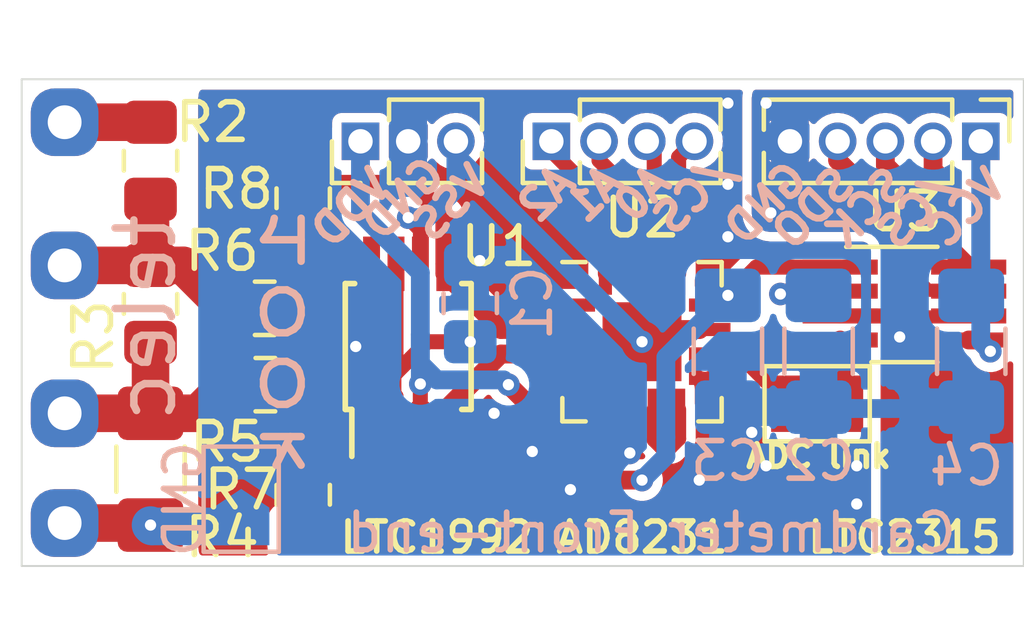
<source format=kicad_pcb>
(kicad_pcb (version 20171130) (host pcbnew "(5.1.4)-1")

  (general
    (thickness 1.6)
    (drawings 20)
    (tracks 164)
    (zones 0)
    (modules 24)
    (nets 28)
  )

  (page A4)
  (layers
    (0 F.Cu signal)
    (31 B.Cu signal)
    (32 B.Adhes user)
    (33 F.Adhes user)
    (34 B.Paste user)
    (35 F.Paste user)
    (36 B.SilkS user)
    (37 F.SilkS user)
    (38 B.Mask user)
    (39 F.Mask user)
    (40 Dwgs.User user)
    (41 Cmts.User user)
    (42 Eco1.User user)
    (43 Eco2.User user)
    (44 Edge.Cuts user)
    (45 Margin user)
    (46 B.CrtYd user)
    (47 F.CrtYd user)
    (48 B.Fab user)
    (49 F.Fab user)
  )

  (setup
    (last_trace_width 0.5)
    (user_trace_width 0.1524)
    (user_trace_width 0.25)
    (user_trace_width 0.3)
    (user_trace_width 0.4)
    (user_trace_width 0.5)
    (user_trace_width 0.75)
    (user_trace_width 1)
    (user_trace_width 1.5)
    (user_trace_width 2)
    (user_trace_width 2.5)
    (user_trace_width 3)
    (trace_clearance 0.1524)
    (zone_clearance 0.254)
    (zone_45_only no)
    (trace_min 0.1524)
    (via_size 0.6)
    (via_drill 0.3)
    (via_min_size 0.508)
    (via_min_drill 0.254)
    (user_via 0.508 0.254)
    (user_via 0.6 0.3)
    (user_via 0.8 0.4)
    (uvia_size 0.508)
    (uvia_drill 0.254)
    (uvias_allowed no)
    (uvia_min_size 0.508)
    (uvia_min_drill 0.254)
    (edge_width 0.05)
    (segment_width 0.2)
    (pcb_text_width 0.3)
    (pcb_text_size 1.5 1.5)
    (mod_edge_width 0.12)
    (mod_text_size 1 1)
    (mod_text_width 0.15)
    (pad_size 1.524 1.524)
    (pad_drill 0.762)
    (pad_to_mask_clearance 0.051)
    (solder_mask_min_width 0.25)
    (aux_axis_origin 10.033 15.748)
    (visible_elements 7FFFFFFF)
    (pcbplotparams
      (layerselection 0x010f0_ffffffff)
      (usegerberextensions false)
      (usegerberattributes false)
      (usegerberadvancedattributes false)
      (creategerberjobfile false)
      (excludeedgelayer true)
      (linewidth 0.100000)
      (plotframeref false)
      (viasonmask false)
      (mode 1)
      (useauxorigin true)
      (hpglpennumber 1)
      (hpglpenspeed 20)
      (hpglpendiameter 15.000000)
      (psnegative false)
      (psa4output false)
      (plotreference true)
      (plotvalue true)
      (plotinvisibletext false)
      (padsonsilk false)
      (subtractmaskfromsilk false)
      (outputformat 1)
      (mirror false)
      (drillshape 0)
      (scaleselection 1)
      (outputdirectory "./gerber"))
  )

  (net 0 "")
  (net 1 GNDA)
  (net 2 "Net-(C1-Pad1)")
  (net 3 "Net-(C2-Pad1)")
  (net 4 VDDA)
  (net 5 VCC)
  (net 6 GNDD)
  (net 7 "Net-(J1-Pad1)")
  (net 8 "Net-(J2-Pad1)")
  (net 9 "Net-(J3-Pad1)")
  (net 10 "Net-(J4-Pad1)")
  (net 11 VSSA)
  (net 12 /~CS)
  (net 13 /A0)
  (net 14 /A1)
  (net 15 /A2)
  (net 16 "Net-(JP1-Pad1)")
  (net 17 "Net-(JP1-Pad2)")
  (net 18 "Net-(R5-Pad1)")
  (net 19 "Net-(R6-Pad1)")
  (net 20 "Net-(R7-Pad1)")
  (net 21 "Net-(R8-Pad2)")
  (net 22 "Net-(U2-Pad7)")
  (net 23 "Net-(U2-Pad4)")
  (net 24 "Net-(U2-Pad1)")
  (net 25 /SDO)
  (net 26 /SCK)
  (net 27 /~CS_adc)

  (net_class Default "Ceci est la Netclass par défaut."
    (clearance 0.1524)
    (trace_width 0.1524)
    (via_dia 0.6)
    (via_drill 0.3)
    (uvia_dia 0.508)
    (uvia_drill 0.254)
    (diff_pair_width 0.1524)
    (diff_pair_gap 0.1524)
    (add_net /A0)
    (add_net /A1)
    (add_net /A2)
    (add_net /SCK)
    (add_net /SDO)
    (add_net /~CS)
    (add_net /~CS_adc)
    (add_net GNDA)
    (add_net GNDD)
    (add_net "Net-(C1-Pad1)")
    (add_net "Net-(C2-Pad1)")
    (add_net "Net-(J1-Pad1)")
    (add_net "Net-(J2-Pad1)")
    (add_net "Net-(J3-Pad1)")
    (add_net "Net-(J4-Pad1)")
    (add_net "Net-(JP1-Pad1)")
    (add_net "Net-(JP1-Pad2)")
    (add_net "Net-(R5-Pad1)")
    (add_net "Net-(R6-Pad1)")
    (add_net "Net-(R7-Pad1)")
    (add_net "Net-(R8-Pad2)")
    (add_net "Net-(U2-Pad1)")
    (add_net "Net-(U2-Pad4)")
    (add_net "Net-(U2-Pad7)")
    (add_net VCC)
    (add_net VDDA)
    (add_net VSSA)
  )

  (module Connector_PinHeader_1.27mm:PinHeader_1x04_P1.27mm_Vertical (layer F.Cu) (tedit 59FED6E3) (tstamp 5DC77F5D)
    (at 24.13 17.399 90)
    (descr "Through hole straight pin header, 1x04, 1.27mm pitch, single row")
    (tags "Through hole pin header THT 1x04 1.27mm single row")
    (path /5DDAB117)
    (fp_text reference J6 (at 0 -1.695 90) (layer F.SilkS) hide
      (effects (font (size 1 1) (thickness 0.15)))
    )
    (fp_text value Gain (at 0 5.505 90) (layer F.Fab)
      (effects (font (size 1 1) (thickness 0.15)))
    )
    (fp_text user %R (at 0 1.905) (layer F.Fab)
      (effects (font (size 1 1) (thickness 0.15)))
    )
    (fp_line (start 1.55 -1.15) (end -1.55 -1.15) (layer F.CrtYd) (width 0.05))
    (fp_line (start 1.55 4.95) (end 1.55 -1.15) (layer F.CrtYd) (width 0.05))
    (fp_line (start -1.55 4.95) (end 1.55 4.95) (layer F.CrtYd) (width 0.05))
    (fp_line (start -1.55 -1.15) (end -1.55 4.95) (layer F.CrtYd) (width 0.05))
    (fp_line (start -1.11 -0.76) (end 0 -0.76) (layer F.SilkS) (width 0.12))
    (fp_line (start -1.11 0) (end -1.11 -0.76) (layer F.SilkS) (width 0.12))
    (fp_line (start 0.563471 0.76) (end 1.11 0.76) (layer F.SilkS) (width 0.12))
    (fp_line (start -1.11 0.76) (end -0.563471 0.76) (layer F.SilkS) (width 0.12))
    (fp_line (start 1.11 0.76) (end 1.11 4.505) (layer F.SilkS) (width 0.12))
    (fp_line (start -1.11 0.76) (end -1.11 4.505) (layer F.SilkS) (width 0.12))
    (fp_line (start 0.30753 4.505) (end 1.11 4.505) (layer F.SilkS) (width 0.12))
    (fp_line (start -1.11 4.505) (end -0.30753 4.505) (layer F.SilkS) (width 0.12))
    (fp_line (start -1.05 -0.11) (end -0.525 -0.635) (layer F.Fab) (width 0.1))
    (fp_line (start -1.05 4.445) (end -1.05 -0.11) (layer F.Fab) (width 0.1))
    (fp_line (start 1.05 4.445) (end -1.05 4.445) (layer F.Fab) (width 0.1))
    (fp_line (start 1.05 -0.635) (end 1.05 4.445) (layer F.Fab) (width 0.1))
    (fp_line (start -0.525 -0.635) (end 1.05 -0.635) (layer F.Fab) (width 0.1))
    (pad 4 thru_hole oval (at 0 3.81 90) (size 1 1) (drill 0.65) (layers *.Cu *.Mask)
      (net 12 /~CS))
    (pad 3 thru_hole oval (at 0 2.54 90) (size 1 1) (drill 0.65) (layers *.Cu *.Mask)
      (net 13 /A0))
    (pad 2 thru_hole oval (at 0 1.27 90) (size 1 1) (drill 0.65) (layers *.Cu *.Mask)
      (net 14 /A1))
    (pad 1 thru_hole rect (at 0 0 90) (size 1 1) (drill 0.65) (layers *.Cu *.Mask)
      (net 15 /A2))
    (model ${KISYS3DMOD}/Connector_PinHeader_1.27mm.3dshapes/PinHeader_1x04_P1.27mm_Vertical.wrl
      (at (xyz 0 0 0))
      (scale (xyz 1 1 1))
      (rotate (xyz 0 0 0))
    )
  )

  (module Connector_PinHeader_1.27mm:PinHeader_1x05_P1.27mm_Vertical (layer F.Cu) (tedit 59FED6E3) (tstamp 5DC729A9)
    (at 35.56 17.399 270)
    (descr "Through hole straight pin header, 1x05, 1.27mm pitch, single row")
    (tags "Through hole pin header THT 1x05 1.27mm single row")
    (path /5DC8BEED)
    (fp_text reference J7 (at 0 -1.695 90) (layer F.SilkS) hide
      (effects (font (size 1 1) (thickness 0.15)))
    )
    (fp_text value ADC (at 0 6.775 90) (layer F.Fab)
      (effects (font (size 1 1) (thickness 0.15)))
    )
    (fp_text user %R (at 0 2.54) (layer F.Fab)
      (effects (font (size 1 1) (thickness 0.15)))
    )
    (fp_line (start 1.55 -1.15) (end -1.55 -1.15) (layer F.CrtYd) (width 0.05))
    (fp_line (start 1.55 6.25) (end 1.55 -1.15) (layer F.CrtYd) (width 0.05))
    (fp_line (start -1.55 6.25) (end 1.55 6.25) (layer F.CrtYd) (width 0.05))
    (fp_line (start -1.55 -1.15) (end -1.55 6.25) (layer F.CrtYd) (width 0.05))
    (fp_line (start -1.11 -0.76) (end 0 -0.76) (layer F.SilkS) (width 0.12))
    (fp_line (start -1.11 0) (end -1.11 -0.76) (layer F.SilkS) (width 0.12))
    (fp_line (start 0.563471 0.76) (end 1.11 0.76) (layer F.SilkS) (width 0.12))
    (fp_line (start -1.11 0.76) (end -0.563471 0.76) (layer F.SilkS) (width 0.12))
    (fp_line (start 1.11 0.76) (end 1.11 5.775) (layer F.SilkS) (width 0.12))
    (fp_line (start -1.11 0.76) (end -1.11 5.775) (layer F.SilkS) (width 0.12))
    (fp_line (start 0.30753 5.775) (end 1.11 5.775) (layer F.SilkS) (width 0.12))
    (fp_line (start -1.11 5.775) (end -0.30753 5.775) (layer F.SilkS) (width 0.12))
    (fp_line (start -1.05 -0.11) (end -0.525 -0.635) (layer F.Fab) (width 0.1))
    (fp_line (start -1.05 5.715) (end -1.05 -0.11) (layer F.Fab) (width 0.1))
    (fp_line (start 1.05 5.715) (end -1.05 5.715) (layer F.Fab) (width 0.1))
    (fp_line (start 1.05 -0.635) (end 1.05 5.715) (layer F.Fab) (width 0.1))
    (fp_line (start -0.525 -0.635) (end 1.05 -0.635) (layer F.Fab) (width 0.1))
    (pad 5 thru_hole oval (at 0 5.08 270) (size 1 1) (drill 0.65) (layers *.Cu *.Mask)
      (net 6 GNDD))
    (pad 4 thru_hole oval (at 0 3.81 270) (size 1 1) (drill 0.65) (layers *.Cu *.Mask)
      (net 25 /SDO))
    (pad 3 thru_hole oval (at 0 2.54 270) (size 1 1) (drill 0.65) (layers *.Cu *.Mask)
      (net 26 /SCK))
    (pad 2 thru_hole oval (at 0 1.27 270) (size 1 1) (drill 0.65) (layers *.Cu *.Mask)
      (net 27 /~CS_adc))
    (pad 1 thru_hole rect (at 0 0 270) (size 1 1) (drill 0.65) (layers *.Cu *.Mask)
      (net 5 VCC))
    (model ${KISYS3DMOD}/Connector_PinHeader_1.27mm.3dshapes/PinHeader_1x05_P1.27mm_Vertical.wrl
      (at (xyz 0 0 0))
      (scale (xyz 1 1 1))
      (rotate (xyz 0 0 0))
    )
  )

  (module Connector_PinHeader_1.27mm:PinHeader_1x03_P1.27mm_Vertical (layer F.Cu) (tedit 59FED6E3) (tstamp 5DC7471C)
    (at 19.05 17.399 90)
    (descr "Through hole straight pin header, 1x03, 1.27mm pitch, single row")
    (tags "Through hole pin header THT 1x03 1.27mm single row")
    (path /5DC8D94E)
    (fp_text reference J5 (at 0 -1.695 90) (layer F.SilkS) hide
      (effects (font (size 1 1) (thickness 0.15)))
    )
    (fp_text value Analog (at 0 4.235 90) (layer F.Fab)
      (effects (font (size 1 1) (thickness 0.15)))
    )
    (fp_text user %R (at 0 1.27) (layer F.Fab)
      (effects (font (size 1 1) (thickness 0.15)))
    )
    (fp_line (start 1.55 -1.15) (end -1.55 -1.15) (layer F.CrtYd) (width 0.05))
    (fp_line (start 1.55 3.7) (end 1.55 -1.15) (layer F.CrtYd) (width 0.05))
    (fp_line (start -1.55 3.7) (end 1.55 3.7) (layer F.CrtYd) (width 0.05))
    (fp_line (start -1.55 -1.15) (end -1.55 3.7) (layer F.CrtYd) (width 0.05))
    (fp_line (start -1.11 -0.76) (end 0 -0.76) (layer F.SilkS) (width 0.12))
    (fp_line (start -1.11 0) (end -1.11 -0.76) (layer F.SilkS) (width 0.12))
    (fp_line (start 0.563471 0.76) (end 1.11 0.76) (layer F.SilkS) (width 0.12))
    (fp_line (start -1.11 0.76) (end -0.563471 0.76) (layer F.SilkS) (width 0.12))
    (fp_line (start 1.11 0.76) (end 1.11 3.235) (layer F.SilkS) (width 0.12))
    (fp_line (start -1.11 0.76) (end -1.11 3.235) (layer F.SilkS) (width 0.12))
    (fp_line (start 0.30753 3.235) (end 1.11 3.235) (layer F.SilkS) (width 0.12))
    (fp_line (start -1.11 3.235) (end -0.30753 3.235) (layer F.SilkS) (width 0.12))
    (fp_line (start -1.05 -0.11) (end -0.525 -0.635) (layer F.Fab) (width 0.1))
    (fp_line (start -1.05 3.175) (end -1.05 -0.11) (layer F.Fab) (width 0.1))
    (fp_line (start 1.05 3.175) (end -1.05 3.175) (layer F.Fab) (width 0.1))
    (fp_line (start 1.05 -0.635) (end 1.05 3.175) (layer F.Fab) (width 0.1))
    (fp_line (start -0.525 -0.635) (end 1.05 -0.635) (layer F.Fab) (width 0.1))
    (pad 3 thru_hole oval (at 0 2.54 90) (size 1 1) (drill 0.65) (layers *.Cu *.Mask)
      (net 11 VSSA))
    (pad 2 thru_hole oval (at 0 1.27 90) (size 1 1) (drill 0.65) (layers *.Cu *.Mask)
      (net 1 GNDA))
    (pad 1 thru_hole rect (at 0 0 90) (size 1 1) (drill 0.65) (layers *.Cu *.Mask)
      (net 4 VDDA))
    (model ${KISYS3DMOD}/Connector_PinHeader_1.27mm.3dshapes/PinHeader_1x03_P1.27mm_Vertical.wrl
      (at (xyz 0 0 0))
      (scale (xyz 1 1 1))
      (rotate (xyz 0 0 0))
    )
  )

  (module Jumper:SolderJumper-2_P1.3mm_Open_TrianglePad1.0x1.5mm (layer B.Cu) (tedit 5A64794F) (tstamp 5DC79E0A)
    (at 15.875 26.924 90)
    (descr "SMD Solder Jumper, 1x1.5mm Triangular Pads, 0.3mm gap, open")
    (tags "solder jumper open")
    (path /5DD973EE)
    (attr virtual)
    (fp_text reference JP2 (at 0 1.8 90) (layer B.SilkS) hide
      (effects (font (size 1 1) (thickness 0.15)) (justify mirror))
    )
    (fp_text value "GND link" (at 0 -1.9 90) (layer B.Fab)
      (effects (font (size 1 1) (thickness 0.15)) (justify mirror))
    )
    (fp_line (start 1.65 -1.25) (end -1.65 -1.25) (layer B.CrtYd) (width 0.05))
    (fp_line (start 1.65 -1.25) (end 1.65 1.25) (layer B.CrtYd) (width 0.05))
    (fp_line (start -1.65 1.25) (end -1.65 -1.25) (layer B.CrtYd) (width 0.05))
    (fp_line (start -1.65 1.25) (end 1.65 1.25) (layer B.CrtYd) (width 0.05))
    (fp_line (start -1.4 1) (end 1.4 1) (layer B.SilkS) (width 0.12))
    (fp_line (start 1.4 1) (end 1.4 -1) (layer B.SilkS) (width 0.12))
    (fp_line (start 1.4 -1) (end -1.4 -1) (layer B.SilkS) (width 0.12))
    (fp_line (start -1.4 -1) (end -1.4 1) (layer B.SilkS) (width 0.12))
    (pad 1 smd custom (at -0.725 0 90) (size 0.3 0.3) (layers B.Cu B.Mask)
      (net 10 "Net-(J4-Pad1)") (zone_connect 2)
      (options (clearance outline) (anchor rect))
      (primitives
        (gr_poly (pts
           (xy -0.5 0.75) (xy 0.5 0.75) (xy 1 0) (xy 0.5 -0.75) (xy -0.5 -0.75)
) (width 0))
      ))
    (pad 2 smd custom (at 0.725 0 90) (size 0.3 0.3) (layers B.Cu B.Mask)
      (net 1 GNDA) (zone_connect 2)
      (options (clearance outline) (anchor rect))
      (primitives
        (gr_poly (pts
           (xy -0.65 0.75) (xy 0.5 0.75) (xy 0.5 -0.75) (xy -0.65 -0.75) (xy -0.15 0)
) (width 0))
      ))
  )

  (module Package_TO_SOT_SMD:TSOT-23-8_HandSoldering (layer F.Cu) (tedit 5A02FF57) (tstamp 5DC7787A)
    (at 33.528 21.717)
    (descr "8-pin TSOT23 package, http://cds.linear.com/docs/en/packaging/SOT_8_05-08-1637.pdf")
    (tags "TSOT-23-8 Hand-soldering")
    (path /5DC8AB1D)
    (attr smd)
    (fp_text reference U3 (at 0 -2.45) (layer F.SilkS)
      (effects (font (size 1 1) (thickness 0.15)))
    )
    (fp_text value LTC2315 (at 0 6.223) (layer F.SilkS)
      (effects (font (size 0.8 0.8) (thickness 0.15)))
    )
    (fp_line (start 2.96 1.7) (end -2.96 1.7) (layer F.CrtYd) (width 0.05))
    (fp_line (start 2.96 1.7) (end 2.96 -1.7) (layer F.CrtYd) (width 0.05))
    (fp_line (start -2.96 -1.7) (end -2.96 1.7) (layer F.CrtYd) (width 0.05))
    (fp_line (start -2.96 -1.7) (end 2.96 -1.7) (layer F.CrtYd) (width 0.05))
    (fp_line (start 0.88 -1.45) (end 0.88 1.45) (layer F.Fab) (width 0.1))
    (fp_line (start 0.88 1.45) (end -0.88 1.45) (layer F.Fab) (width 0.1))
    (fp_line (start -0.88 -1) (end -0.88 1.45) (layer F.Fab) (width 0.1))
    (fp_line (start 0.88 -1.45) (end -0.43 -1.45) (layer F.Fab) (width 0.1))
    (fp_line (start -0.88 -1) (end -0.43 -1.45) (layer F.Fab) (width 0.1))
    (fp_line (start 0.88 -1.51) (end -1.55 -1.51) (layer F.SilkS) (width 0.12))
    (fp_line (start -0.88 1.56) (end 0.88 1.56) (layer F.SilkS) (width 0.12))
    (fp_text user %R (at 0 0 90) (layer F.Fab)
      (effects (font (size 0.5 0.5) (thickness 0.075)))
    )
    (pad 8 smd rect (at 1.71 -0.97) (size 2 0.4) (layers F.Cu F.Paste F.Mask)
      (net 27 /~CS_adc))
    (pad 7 smd rect (at 1.71 -0.33) (size 2 0.4) (layers F.Cu F.Paste F.Mask)
      (net 26 /SCK))
    (pad 6 smd rect (at 1.71 0.33) (size 2 0.4) (layers F.Cu F.Paste F.Mask)
      (net 25 /SDO))
    (pad 5 smd rect (at 1.71 0.97) (size 2 0.4) (layers F.Cu F.Paste F.Mask)
      (net 5 VCC))
    (pad 4 smd rect (at -1.71 0.97) (size 2 0.4) (layers F.Cu F.Paste F.Mask)
      (net 17 "Net-(JP1-Pad2)"))
    (pad 3 smd rect (at -1.71 0.33) (size 2 0.4) (layers F.Cu F.Paste F.Mask)
      (net 6 GNDD))
    (pad 2 smd rect (at -1.71 -0.33) (size 2 0.4) (layers F.Cu F.Paste F.Mask)
      (net 3 "Net-(C2-Pad1)"))
    (pad 1 smd rect (at -1.71 -0.97) (size 2 0.4) (layers F.Cu F.Paste F.Mask)
      (net 4 VDDA))
    (model ${KISYS3DMOD}/Package_TO_SOT_SMD.3dshapes/TSOT-23-8.wrl
      (at (xyz 0 0 0))
      (scale (xyz 1 1 1))
      (rotate (xyz 0 0 0))
    )
  )

  (module Package_CSP:LFCSP-16-1EP_4x4mm_P0.65mm_EP2.1x2.1mm (layer F.Cu) (tedit 5AB955E3) (tstamp 5DC777A7)
    (at 26.543 22.733)
    (descr "LFCSP, 16 pin, 4x4mm, 2.1mm sq pad (http://www.analog.com/media/en/technical-documentation/data-sheets/ADG633.pdf)")
    (tags "LFCSP 16 0.65")
    (path /5DC85072)
    (attr smd)
    (fp_text reference U2 (at 0 -3.3) (layer F.SilkS)
      (effects (font (size 1 1) (thickness 0.15)))
    )
    (fp_text value AD8231 (at 0 5.207) (layer F.SilkS)
      (effects (font (size 0.8 0.8) (thickness 0.15)))
    )
    (fp_line (start -1 -2) (end -2 -1) (layer F.Fab) (width 0.1))
    (fp_line (start -1.5 -2.12) (end -2.12 -2.12) (layer F.SilkS) (width 0.12))
    (fp_line (start 2.12 -2.12) (end 2.12 -1.5) (layer F.SilkS) (width 0.12))
    (fp_line (start 1.5 -2.12) (end 2.12 -2.12) (layer F.SilkS) (width 0.12))
    (fp_line (start 1.5 2.12) (end 2.12 2.12) (layer F.SilkS) (width 0.12))
    (fp_line (start 2.12 2.12) (end 2.12 1.5) (layer F.SilkS) (width 0.12))
    (fp_line (start -1.5 2.12) (end -2.12 2.12) (layer F.SilkS) (width 0.12))
    (fp_line (start -2.12 2.12) (end -2.12 1.5) (layer F.SilkS) (width 0.12))
    (fp_line (start 2 -2) (end 2 2) (layer F.Fab) (width 0.1))
    (fp_line (start -1 -2) (end 2 -2) (layer F.Fab) (width 0.1))
    (fp_line (start 2 2) (end -2 2) (layer F.Fab) (width 0.1))
    (fp_line (start -2 2) (end -2 -1) (layer F.Fab) (width 0.1))
    (fp_text user %R (at 0 0) (layer F.Fab)
      (effects (font (size 1 1) (thickness 0.15)))
    )
    (fp_line (start -2.61 -2.61) (end 2.61 -2.61) (layer F.CrtYd) (width 0.05))
    (fp_line (start 2.61 -2.61) (end 2.61 2.61) (layer F.CrtYd) (width 0.05))
    (fp_line (start 2.61 2.61) (end -2.61 2.61) (layer F.CrtYd) (width 0.05))
    (fp_line (start -2.61 2.61) (end -2.61 -2.61) (layer F.CrtYd) (width 0.05))
    (pad "" smd rect (at 0.525 -0.525) (size 0.9 0.9) (layers F.Paste))
    (pad "" smd rect (at -0.525 -0.525) (size 0.9 0.9) (layers F.Paste))
    (pad "" smd rect (at -0.525 0.525) (size 0.9 0.9) (layers F.Paste))
    (pad "" smd rect (at 0.525 0.525) (size 0.9 0.9) (layers F.Paste))
    (pad 16 smd rect (at -0.975 -1.8025) (size 0.35 1.105) (layers F.Cu F.Paste F.Mask)
      (net 15 /A2))
    (pad 15 smd rect (at -0.325 -1.8025) (size 0.35 1.105) (layers F.Cu F.Paste F.Mask)
      (net 14 /A1))
    (pad 14 smd rect (at 0.325 -1.8025) (size 0.35 1.105) (layers F.Cu F.Paste F.Mask)
      (net 13 /A0))
    (pad 13 smd rect (at 0.975 -1.8025) (size 0.35 1.105) (layers F.Cu F.Paste F.Mask)
      (net 12 /~CS))
    (pad 8 smd rect (at 0.975 1.8025) (size 0.35 1.105) (layers F.Cu F.Paste F.Mask)
      (net 22 "Net-(U2-Pad7)"))
    (pad 7 smd rect (at 0.325 1.8025) (size 0.35 1.105) (layers F.Cu F.Paste F.Mask)
      (net 22 "Net-(U2-Pad7)"))
    (pad 6 smd rect (at -0.325 1.8025) (size 0.35 1.105) (layers F.Cu F.Paste F.Mask)
      (net 1 GNDA))
    (pad 5 smd rect (at -0.975 1.8025) (size 0.35 1.105) (layers F.Cu F.Paste F.Mask)
      (net 4 VDDA))
    (pad 12 smd rect (at 1.8025 -0.975) (size 1.105 0.35) (layers F.Cu F.Paste F.Mask)
      (net 4 VDDA))
    (pad 11 smd rect (at 1.8025 -0.325) (size 1.105 0.35) (layers F.Cu F.Paste F.Mask)
      (net 11 VSSA))
    (pad 10 smd rect (at 1.8025 0.325) (size 1.105 0.35) (layers F.Cu F.Paste F.Mask)
      (net 16 "Net-(JP1-Pad1)"))
    (pad 9 smd rect (at 1.8025 0.975) (size 1.105 0.35) (layers F.Cu F.Paste F.Mask)
      (net 1 GNDA))
    (pad 4 smd rect (at -1.8025 0.975) (size 1.105 0.35) (layers F.Cu F.Paste F.Mask)
      (net 23 "Net-(U2-Pad4)"))
    (pad 3 smd rect (at -1.8025 0.325) (size 1.105 0.35) (layers F.Cu F.Paste F.Mask)
      (net 20 "Net-(R7-Pad1)"))
    (pad 2 smd rect (at -1.8025 -0.325) (size 1.105 0.35) (layers F.Cu F.Paste F.Mask)
      (net 21 "Net-(R8-Pad2)"))
    (pad 17 smd rect (at 0 0) (size 2.1 2.1) (layers F.Cu F.Mask)
      (net 11 VSSA))
    (pad 1 smd rect (at -1.8025 -0.975) (size 1.105 0.35) (layers F.Cu F.Paste F.Mask)
      (net 24 "Net-(U2-Pad1)"))
    (model ${KISYS3DMOD}/Package_CSP.3dshapes/LFCSP-16-1EP_4x4mm_P0.65mm_EP2.1x2.1mm.wrl
      (at (xyz 0 0 0))
      (scale (xyz 1 1 1))
      (rotate (xyz 0 0 0))
    )
  )

  (module Package_SO:MSOP-8_3x3mm_P0.65mm (layer F.Cu) (tedit 5A02F25C) (tstamp 5DC72A67)
    (at 20.32 22.86 90)
    (descr "8-Lead Plastic Micro Small Outline Package (MS) [MSOP] (see Microchip Packaging Specification 00000049BS.pdf)")
    (tags "SSOP 0.65")
    (path /5DC838F1)
    (attr smd)
    (fp_text reference U1 (at 2.667 2.413 180) (layer F.SilkS)
      (effects (font (size 1 1) (thickness 0.15)))
    )
    (fp_text value LTC1992 (at -5.08 0.762 180) (layer F.SilkS)
      (effects (font (size 0.8 0.8) (thickness 0.15)))
    )
    (fp_text user %R (at 0 0 90) (layer F.Fab)
      (effects (font (size 0.6 0.6) (thickness 0.15)))
    )
    (fp_line (start -1.675 -1.5) (end -2.925 -1.5) (layer F.SilkS) (width 0.15))
    (fp_line (start -1.675 1.675) (end 1.675 1.675) (layer F.SilkS) (width 0.15))
    (fp_line (start -1.675 -1.675) (end 1.675 -1.675) (layer F.SilkS) (width 0.15))
    (fp_line (start -1.675 1.675) (end -1.675 1.425) (layer F.SilkS) (width 0.15))
    (fp_line (start 1.675 1.675) (end 1.675 1.425) (layer F.SilkS) (width 0.15))
    (fp_line (start 1.675 -1.675) (end 1.675 -1.425) (layer F.SilkS) (width 0.15))
    (fp_line (start -1.675 -1.675) (end -1.675 -1.5) (layer F.SilkS) (width 0.15))
    (fp_line (start -3.2 1.85) (end 3.2 1.85) (layer F.CrtYd) (width 0.05))
    (fp_line (start -3.2 -1.85) (end 3.2 -1.85) (layer F.CrtYd) (width 0.05))
    (fp_line (start 3.2 -1.85) (end 3.2 1.85) (layer F.CrtYd) (width 0.05))
    (fp_line (start -3.2 -1.85) (end -3.2 1.85) (layer F.CrtYd) (width 0.05))
    (fp_line (start -1.5 -0.5) (end -0.5 -1.5) (layer F.Fab) (width 0.15))
    (fp_line (start -1.5 1.5) (end -1.5 -0.5) (layer F.Fab) (width 0.15))
    (fp_line (start 1.5 1.5) (end -1.5 1.5) (layer F.Fab) (width 0.15))
    (fp_line (start 1.5 -1.5) (end 1.5 1.5) (layer F.Fab) (width 0.15))
    (fp_line (start -0.5 -1.5) (end 1.5 -1.5) (layer F.Fab) (width 0.15))
    (pad 8 smd rect (at 2.2 -0.975 90) (size 1.45 0.45) (layers F.Cu F.Paste F.Mask)
      (net 19 "Net-(R6-Pad1)"))
    (pad 7 smd rect (at 2.2 -0.325 90) (size 1.45 0.45) (layers F.Cu F.Paste F.Mask)
      (net 2 "Net-(C1-Pad1)"))
    (pad 6 smd rect (at 2.2 0.325 90) (size 1.45 0.45) (layers F.Cu F.Paste F.Mask)
      (net 11 VSSA))
    (pad 5 smd rect (at 2.2 0.975 90) (size 1.45 0.45) (layers F.Cu F.Paste F.Mask)
      (net 21 "Net-(R8-Pad2)"))
    (pad 4 smd rect (at -2.2 0.975 90) (size 1.45 0.45) (layers F.Cu F.Paste F.Mask)
      (net 20 "Net-(R7-Pad1)"))
    (pad 3 smd rect (at -2.2 0.325 90) (size 1.45 0.45) (layers F.Cu F.Paste F.Mask)
      (net 4 VDDA))
    (pad 2 smd rect (at -2.2 -0.325 90) (size 1.45 0.45) (layers F.Cu F.Paste F.Mask)
      (net 2 "Net-(C1-Pad1)"))
    (pad 1 smd rect (at -2.2 -0.975 90) (size 1.45 0.45) (layers F.Cu F.Paste F.Mask)
      (net 18 "Net-(R5-Pad1)"))
    (model ${KISYS3DMOD}/Package_SO.3dshapes/MSOP-8_3x3mm_P0.65mm.wrl
      (at (xyz 0 0 0))
      (scale (xyz 1 1 1))
      (rotate (xyz 0 0 0))
    )
  )

  (module Resistor_SMD:R_0805_2012Metric_Pad1.15x1.40mm_HandSolder (layer F.Cu) (tedit 5B36C52B) (tstamp 5DC72A4A)
    (at 17.526 18.914 90)
    (descr "Resistor SMD 0805 (2012 Metric), square (rectangular) end terminal, IPC_7351 nominal with elongated pad for handsoldering. (Body size source: https://docs.google.com/spreadsheets/d/1BsfQQcO9C6DZCsRaXUlFlo91Tg2WpOkGARC1WS5S8t0/edit?usp=sharing), generated with kicad-footprint-generator")
    (tags "resistor handsolder")
    (path /5DCAFCB7)
    (attr smd)
    (fp_text reference R8 (at 0.245 -1.778 180) (layer F.SilkS)
      (effects (font (size 1 1) (thickness 0.15)))
    )
    (fp_text value 100k (at 0 1.65 90) (layer F.Fab)
      (effects (font (size 1 1) (thickness 0.15)))
    )
    (fp_text user %R (at 0 0 90) (layer F.Fab)
      (effects (font (size 0.5 0.5) (thickness 0.08)))
    )
    (fp_line (start 1.85 0.95) (end -1.85 0.95) (layer F.CrtYd) (width 0.05))
    (fp_line (start 1.85 -0.95) (end 1.85 0.95) (layer F.CrtYd) (width 0.05))
    (fp_line (start -1.85 -0.95) (end 1.85 -0.95) (layer F.CrtYd) (width 0.05))
    (fp_line (start -1.85 0.95) (end -1.85 -0.95) (layer F.CrtYd) (width 0.05))
    (fp_line (start -0.261252 0.71) (end 0.261252 0.71) (layer F.SilkS) (width 0.12))
    (fp_line (start -0.261252 -0.71) (end 0.261252 -0.71) (layer F.SilkS) (width 0.12))
    (fp_line (start 1 0.6) (end -1 0.6) (layer F.Fab) (width 0.1))
    (fp_line (start 1 -0.6) (end 1 0.6) (layer F.Fab) (width 0.1))
    (fp_line (start -1 -0.6) (end 1 -0.6) (layer F.Fab) (width 0.1))
    (fp_line (start -1 0.6) (end -1 -0.6) (layer F.Fab) (width 0.1))
    (pad 2 smd roundrect (at 1.025 0 90) (size 1.15 1.4) (layers F.Cu F.Paste F.Mask) (roundrect_rratio 0.217391)
      (net 21 "Net-(R8-Pad2)"))
    (pad 1 smd roundrect (at -1.025 0 90) (size 1.15 1.4) (layers F.Cu F.Paste F.Mask) (roundrect_rratio 0.217391)
      (net 19 "Net-(R6-Pad1)"))
    (model ${KISYS3DMOD}/Resistor_SMD.3dshapes/R_0805_2012Metric.wrl
      (at (xyz 0 0 0))
      (scale (xyz 1 1 1))
      (rotate (xyz 0 0 0))
    )
  )

  (module Resistor_SMD:R_0805_2012Metric_Pad1.15x1.40mm_HandSolder (layer F.Cu) (tedit 5B36C52B) (tstamp 5DC72A39)
    (at 17.526 26.806 90)
    (descr "Resistor SMD 0805 (2012 Metric), square (rectangular) end terminal, IPC_7351 nominal with elongated pad for handsoldering. (Body size source: https://docs.google.com/spreadsheets/d/1BsfQQcO9C6DZCsRaXUlFlo91Tg2WpOkGARC1WS5S8t0/edit?usp=sharing), generated with kicad-footprint-generator")
    (tags "resistor handsolder")
    (path /5DC9001B)
    (attr smd)
    (fp_text reference R7 (at 0.136 -1.651 180) (layer F.SilkS)
      (effects (font (size 1 1) (thickness 0.15)))
    )
    (fp_text value 100k (at 0 1.65 90) (layer F.Fab)
      (effects (font (size 1 1) (thickness 0.15)))
    )
    (fp_text user %R (at 0 0 90) (layer F.Fab)
      (effects (font (size 0.5 0.5) (thickness 0.08)))
    )
    (fp_line (start 1.85 0.95) (end -1.85 0.95) (layer F.CrtYd) (width 0.05))
    (fp_line (start 1.85 -0.95) (end 1.85 0.95) (layer F.CrtYd) (width 0.05))
    (fp_line (start -1.85 -0.95) (end 1.85 -0.95) (layer F.CrtYd) (width 0.05))
    (fp_line (start -1.85 0.95) (end -1.85 -0.95) (layer F.CrtYd) (width 0.05))
    (fp_line (start -0.261252 0.71) (end 0.261252 0.71) (layer F.SilkS) (width 0.12))
    (fp_line (start -0.261252 -0.71) (end 0.261252 -0.71) (layer F.SilkS) (width 0.12))
    (fp_line (start 1 0.6) (end -1 0.6) (layer F.Fab) (width 0.1))
    (fp_line (start 1 -0.6) (end 1 0.6) (layer F.Fab) (width 0.1))
    (fp_line (start -1 -0.6) (end 1 -0.6) (layer F.Fab) (width 0.1))
    (fp_line (start -1 0.6) (end -1 -0.6) (layer F.Fab) (width 0.1))
    (pad 2 smd roundrect (at 1.025 0 90) (size 1.15 1.4) (layers F.Cu F.Paste F.Mask) (roundrect_rratio 0.217391)
      (net 18 "Net-(R5-Pad1)"))
    (pad 1 smd roundrect (at -1.025 0 90) (size 1.15 1.4) (layers F.Cu F.Paste F.Mask) (roundrect_rratio 0.217391)
      (net 20 "Net-(R7-Pad1)"))
    (model ${KISYS3DMOD}/Resistor_SMD.3dshapes/R_0805_2012Metric.wrl
      (at (xyz 0 0 0))
      (scale (xyz 1 1 1))
      (rotate (xyz 0 0 0))
    )
  )

  (module Resistor_SMD:R_0805_2012Metric_Pad1.15x1.40mm_HandSolder (layer F.Cu) (tedit 5B36C52B) (tstamp 5DC79C24)
    (at 16.501 21.844 180)
    (descr "Resistor SMD 0805 (2012 Metric), square (rectangular) end terminal, IPC_7351 nominal with elongated pad for handsoldering. (Body size source: https://docs.google.com/spreadsheets/d/1BsfQQcO9C6DZCsRaXUlFlo91Tg2WpOkGARC1WS5S8t0/edit?usp=sharing), generated with kicad-footprint-generator")
    (tags "resistor handsolder")
    (path /5DCAD71D)
    (attr smd)
    (fp_text reference R6 (at 1.134 1.524) (layer F.SilkS)
      (effects (font (size 1 1) (thickness 0.15)))
    )
    (fp_text value 100k (at 0 1.65) (layer F.Fab)
      (effects (font (size 1 1) (thickness 0.15)))
    )
    (fp_text user %R (at 0 0) (layer F.Fab)
      (effects (font (size 0.5 0.5) (thickness 0.08)))
    )
    (fp_line (start 1.85 0.95) (end -1.85 0.95) (layer F.CrtYd) (width 0.05))
    (fp_line (start 1.85 -0.95) (end 1.85 0.95) (layer F.CrtYd) (width 0.05))
    (fp_line (start -1.85 -0.95) (end 1.85 -0.95) (layer F.CrtYd) (width 0.05))
    (fp_line (start -1.85 0.95) (end -1.85 -0.95) (layer F.CrtYd) (width 0.05))
    (fp_line (start -0.261252 0.71) (end 0.261252 0.71) (layer F.SilkS) (width 0.12))
    (fp_line (start -0.261252 -0.71) (end 0.261252 -0.71) (layer F.SilkS) (width 0.12))
    (fp_line (start 1 0.6) (end -1 0.6) (layer F.Fab) (width 0.1))
    (fp_line (start 1 -0.6) (end 1 0.6) (layer F.Fab) (width 0.1))
    (fp_line (start -1 -0.6) (end 1 -0.6) (layer F.Fab) (width 0.1))
    (fp_line (start -1 0.6) (end -1 -0.6) (layer F.Fab) (width 0.1))
    (pad 2 smd roundrect (at 1.025 0 180) (size 1.15 1.4) (layers F.Cu F.Paste F.Mask) (roundrect_rratio 0.217391)
      (net 8 "Net-(J2-Pad1)"))
    (pad 1 smd roundrect (at -1.025 0 180) (size 1.15 1.4) (layers F.Cu F.Paste F.Mask) (roundrect_rratio 0.217391)
      (net 19 "Net-(R6-Pad1)"))
    (model ${KISYS3DMOD}/Resistor_SMD.3dshapes/R_0805_2012Metric.wrl
      (at (xyz 0 0 0))
      (scale (xyz 1 1 1))
      (rotate (xyz 0 0 0))
    )
  )

  (module Resistor_SMD:R_0805_2012Metric_Pad1.15x1.40mm_HandSolder (layer F.Cu) (tedit 5B36C52B) (tstamp 5DC79BC3)
    (at 16.519 23.876 180)
    (descr "Resistor SMD 0805 (2012 Metric), square (rectangular) end terminal, IPC_7351 nominal with elongated pad for handsoldering. (Body size source: https://docs.google.com/spreadsheets/d/1BsfQQcO9C6DZCsRaXUlFlo91Tg2WpOkGARC1WS5S8t0/edit?usp=sharing), generated with kicad-footprint-generator")
    (tags "resistor handsolder")
    (path /5DCACEB5)
    (attr smd)
    (fp_text reference R5 (at 1.025 -1.524) (layer F.SilkS)
      (effects (font (size 1 1) (thickness 0.15)))
    )
    (fp_text value 100k (at 0 1.65) (layer F.Fab)
      (effects (font (size 1 1) (thickness 0.15)))
    )
    (fp_text user %R (at 0 0) (layer F.Fab)
      (effects (font (size 0.5 0.5) (thickness 0.08)))
    )
    (fp_line (start 1.85 0.95) (end -1.85 0.95) (layer F.CrtYd) (width 0.05))
    (fp_line (start 1.85 -0.95) (end 1.85 0.95) (layer F.CrtYd) (width 0.05))
    (fp_line (start -1.85 -0.95) (end 1.85 -0.95) (layer F.CrtYd) (width 0.05))
    (fp_line (start -1.85 0.95) (end -1.85 -0.95) (layer F.CrtYd) (width 0.05))
    (fp_line (start -0.261252 0.71) (end 0.261252 0.71) (layer F.SilkS) (width 0.12))
    (fp_line (start -0.261252 -0.71) (end 0.261252 -0.71) (layer F.SilkS) (width 0.12))
    (fp_line (start 1 0.6) (end -1 0.6) (layer F.Fab) (width 0.1))
    (fp_line (start 1 -0.6) (end 1 0.6) (layer F.Fab) (width 0.1))
    (fp_line (start -1 -0.6) (end 1 -0.6) (layer F.Fab) (width 0.1))
    (fp_line (start -1 0.6) (end -1 -0.6) (layer F.Fab) (width 0.1))
    (pad 2 smd roundrect (at 1.025 0 180) (size 1.15 1.4) (layers F.Cu F.Paste F.Mask) (roundrect_rratio 0.217391)
      (net 9 "Net-(J3-Pad1)"))
    (pad 1 smd roundrect (at -1.025 0 180) (size 1.15 1.4) (layers F.Cu F.Paste F.Mask) (roundrect_rratio 0.217391)
      (net 18 "Net-(R5-Pad1)"))
    (model ${KISYS3DMOD}/Resistor_SMD.3dshapes/R_0805_2012Metric.wrl
      (at (xyz 0 0 0))
      (scale (xyz 1 1 1))
      (rotate (xyz 0 0 0))
    )
  )

  (module Resistor_SMD:R_1206_3216Metric_Pad1.42x1.75mm_HandSolder (layer F.Cu) (tedit 5B301BBD) (tstamp 5DC72A06)
    (at 13.462 26.1255 90)
    (descr "Resistor SMD 1206 (3216 Metric), square (rectangular) end terminal, IPC_7351 nominal with elongated pad for handsoldering. (Body size source: http://www.tortai-tech.com/upload/download/2011102023233369053.pdf), generated with kicad-footprint-generator")
    (tags "resistor handsolder")
    (path /5DCBA2E4)
    (attr smd)
    (fp_text reference R4 (at -1.8145 1.905 180) (layer F.SilkS)
      (effects (font (size 1 1) (thickness 0.15)))
    )
    (fp_text value 1 (at 0 1.82 90) (layer F.Fab)
      (effects (font (size 1 1) (thickness 0.15)))
    )
    (fp_text user %R (at 0 0 90) (layer F.Fab)
      (effects (font (size 0.8 0.8) (thickness 0.12)))
    )
    (fp_line (start 2.45 1.12) (end -2.45 1.12) (layer F.CrtYd) (width 0.05))
    (fp_line (start 2.45 -1.12) (end 2.45 1.12) (layer F.CrtYd) (width 0.05))
    (fp_line (start -2.45 -1.12) (end 2.45 -1.12) (layer F.CrtYd) (width 0.05))
    (fp_line (start -2.45 1.12) (end -2.45 -1.12) (layer F.CrtYd) (width 0.05))
    (fp_line (start -0.602064 0.91) (end 0.602064 0.91) (layer F.SilkS) (width 0.12))
    (fp_line (start -0.602064 -0.91) (end 0.602064 -0.91) (layer F.SilkS) (width 0.12))
    (fp_line (start 1.6 0.8) (end -1.6 0.8) (layer F.Fab) (width 0.1))
    (fp_line (start 1.6 -0.8) (end 1.6 0.8) (layer F.Fab) (width 0.1))
    (fp_line (start -1.6 -0.8) (end 1.6 -0.8) (layer F.Fab) (width 0.1))
    (fp_line (start -1.6 0.8) (end -1.6 -0.8) (layer F.Fab) (width 0.1))
    (pad 2 smd roundrect (at 1.4875 0 90) (size 1.425 1.75) (layers F.Cu F.Paste F.Mask) (roundrect_rratio 0.175439)
      (net 9 "Net-(J3-Pad1)"))
    (pad 1 smd roundrect (at -1.4875 0 90) (size 1.425 1.75) (layers F.Cu F.Paste F.Mask) (roundrect_rratio 0.175439)
      (net 10 "Net-(J4-Pad1)"))
    (model ${KISYS3DMOD}/Resistor_SMD.3dshapes/R_1206_3216Metric.wrl
      (at (xyz 0 0 0))
      (scale (xyz 1 1 1))
      (rotate (xyz 0 0 0))
    )
  )

  (module Resistor_SMD:R_0805_2012Metric_Pad1.15x1.40mm_HandSolder (layer F.Cu) (tedit 5B36C52B) (tstamp 5DC729F5)
    (at 13.462 21.726 90)
    (descr "Resistor SMD 0805 (2012 Metric), square (rectangular) end terminal, IPC_7351 nominal with elongated pad for handsoldering. (Body size source: https://docs.google.com/spreadsheets/d/1BsfQQcO9C6DZCsRaXUlFlo91Tg2WpOkGARC1WS5S8t0/edit?usp=sharing), generated with kicad-footprint-generator")
    (tags "resistor handsolder")
    (path /5DCB8F50)
    (attr smd)
    (fp_text reference R3 (at -0.88 -1.524 90) (layer F.SilkS)
      (effects (font (size 1 1) (thickness 0.15)))
    )
    (fp_text value 1k (at 0 1.65 90) (layer F.Fab)
      (effects (font (size 1 1) (thickness 0.15)))
    )
    (fp_text user %R (at 0 0 90) (layer F.Fab)
      (effects (font (size 0.5 0.5) (thickness 0.08)))
    )
    (fp_line (start 1.85 0.95) (end -1.85 0.95) (layer F.CrtYd) (width 0.05))
    (fp_line (start 1.85 -0.95) (end 1.85 0.95) (layer F.CrtYd) (width 0.05))
    (fp_line (start -1.85 -0.95) (end 1.85 -0.95) (layer F.CrtYd) (width 0.05))
    (fp_line (start -1.85 0.95) (end -1.85 -0.95) (layer F.CrtYd) (width 0.05))
    (fp_line (start -0.261252 0.71) (end 0.261252 0.71) (layer F.SilkS) (width 0.12))
    (fp_line (start -0.261252 -0.71) (end 0.261252 -0.71) (layer F.SilkS) (width 0.12))
    (fp_line (start 1 0.6) (end -1 0.6) (layer F.Fab) (width 0.1))
    (fp_line (start 1 -0.6) (end 1 0.6) (layer F.Fab) (width 0.1))
    (fp_line (start -1 -0.6) (end 1 -0.6) (layer F.Fab) (width 0.1))
    (fp_line (start -1 0.6) (end -1 -0.6) (layer F.Fab) (width 0.1))
    (pad 2 smd roundrect (at 1.025 0 90) (size 1.15 1.4) (layers F.Cu F.Paste F.Mask) (roundrect_rratio 0.217391)
      (net 8 "Net-(J2-Pad1)"))
    (pad 1 smd roundrect (at -1.025 0 90) (size 1.15 1.4) (layers F.Cu F.Paste F.Mask) (roundrect_rratio 0.217391)
      (net 9 "Net-(J3-Pad1)"))
    (model ${KISYS3DMOD}/Resistor_SMD.3dshapes/R_0805_2012Metric.wrl
      (at (xyz 0 0 0))
      (scale (xyz 1 1 1))
      (rotate (xyz 0 0 0))
    )
  )

  (module Resistor_SMD:R_0805_2012Metric_Pad1.15x1.40mm_HandSolder (layer F.Cu) (tedit 5B36C52B) (tstamp 5DC729E4)
    (at 13.462 17.916 90)
    (descr "Resistor SMD 0805 (2012 Metric), square (rectangular) end terminal, IPC_7351 nominal with elongated pad for handsoldering. (Body size source: https://docs.google.com/spreadsheets/d/1BsfQQcO9C6DZCsRaXUlFlo91Tg2WpOkGARC1WS5S8t0/edit?usp=sharing), generated with kicad-footprint-generator")
    (tags "resistor handsolder")
    (path /5DCB9CAC)
    (attr smd)
    (fp_text reference R2 (at 1.025 1.651 180) (layer F.SilkS)
      (effects (font (size 1 1) (thickness 0.15)))
    )
    (fp_text value 470k (at 0 1.65 90) (layer F.Fab)
      (effects (font (size 1 1) (thickness 0.15)))
    )
    (fp_text user %R (at 0 0 90) (layer F.Fab)
      (effects (font (size 0.5 0.5) (thickness 0.08)))
    )
    (fp_line (start 1.85 0.95) (end -1.85 0.95) (layer F.CrtYd) (width 0.05))
    (fp_line (start 1.85 -0.95) (end 1.85 0.95) (layer F.CrtYd) (width 0.05))
    (fp_line (start -1.85 -0.95) (end 1.85 -0.95) (layer F.CrtYd) (width 0.05))
    (fp_line (start -1.85 0.95) (end -1.85 -0.95) (layer F.CrtYd) (width 0.05))
    (fp_line (start -0.261252 0.71) (end 0.261252 0.71) (layer F.SilkS) (width 0.12))
    (fp_line (start -0.261252 -0.71) (end 0.261252 -0.71) (layer F.SilkS) (width 0.12))
    (fp_line (start 1 0.6) (end -1 0.6) (layer F.Fab) (width 0.1))
    (fp_line (start 1 -0.6) (end 1 0.6) (layer F.Fab) (width 0.1))
    (fp_line (start -1 -0.6) (end 1 -0.6) (layer F.Fab) (width 0.1))
    (fp_line (start -1 0.6) (end -1 -0.6) (layer F.Fab) (width 0.1))
    (pad 2 smd roundrect (at 1.025 0 90) (size 1.15 1.4) (layers F.Cu F.Paste F.Mask) (roundrect_rratio 0.217391)
      (net 7 "Net-(J1-Pad1)"))
    (pad 1 smd roundrect (at -1.025 0 90) (size 1.15 1.4) (layers F.Cu F.Paste F.Mask) (roundrect_rratio 0.217391)
      (net 8 "Net-(J2-Pad1)"))
    (model ${KISYS3DMOD}/Resistor_SMD.3dshapes/R_0805_2012Metric.wrl
      (at (xyz 0 0 0))
      (scale (xyz 1 1 1))
      (rotate (xyz 0 0 0))
    )
  )

  (module NetTie:NetTie-2_SMD_Pad0.5mm (layer B.Cu) (tedit 5A1CF6D3) (tstamp 5DC7A23E)
    (at 32.639 24.511)
    (descr "Net tie, 2 pin, 0.5mm square SMD pads")
    (tags "net tie")
    (path /5DD074DC)
    (attr virtual)
    (fp_text reference NT1 (at 0 1.2) (layer B.SilkS) hide
      (effects (font (size 1 1) (thickness 0.15)) (justify mirror))
    )
    (fp_text value Net-Tie_2 (at 0 -1.2) (layer B.Fab)
      (effects (font (size 1 1) (thickness 0.15)) (justify mirror))
    )
    (fp_line (start -1 0.5) (end -1 -0.5) (layer B.CrtYd) (width 0.05))
    (fp_line (start -1 -0.5) (end 1 -0.5) (layer B.CrtYd) (width 0.05))
    (fp_line (start 1 -0.5) (end 1 0.5) (layer B.CrtYd) (width 0.05))
    (fp_line (start 1 0.5) (end -1 0.5) (layer B.CrtYd) (width 0.05))
    (fp_poly (pts (xy -0.5 0.25) (xy 0.5 0.25) (xy 0.5 -0.25) (xy -0.5 -0.25)) (layer B.Cu) (width 0))
    (pad 2 smd circle (at 0.5 0) (size 0.5 0.5) (layers B.Cu)
      (net 6 GNDD))
    (pad 1 smd circle (at -0.5 0) (size 0.5 0.5) (layers B.Cu)
      (net 1 GNDA))
  )

  (module Jumper:SolderJumper-2_P1.3mm_Open_TrianglePad1.0x1.5mm (layer F.Cu) (tedit 5A64794F) (tstamp 5DC7A313)
    (at 31.205 24.384)
    (descr "SMD Solder Jumper, 1x1.5mm Triangular Pads, 0.3mm gap, open")
    (tags "solder jumper open")
    (path /5DD2392D)
    (attr virtual)
    (fp_text reference JP1 (at 0 -1.8) (layer F.SilkS) hide
      (effects (font (size 1 1) (thickness 0.15)))
    )
    (fp_text value "ADC link" (at 0.037 1.397 180) (layer F.SilkS)
      (effects (font (size 0.6 0.6) (thickness 0.15)))
    )
    (fp_line (start 1.65 1.25) (end -1.65 1.25) (layer F.CrtYd) (width 0.05))
    (fp_line (start 1.65 1.25) (end 1.65 -1.25) (layer F.CrtYd) (width 0.05))
    (fp_line (start -1.65 -1.25) (end -1.65 1.25) (layer F.CrtYd) (width 0.05))
    (fp_line (start -1.65 -1.25) (end 1.65 -1.25) (layer F.CrtYd) (width 0.05))
    (fp_line (start -1.4 -1) (end 1.4 -1) (layer F.SilkS) (width 0.12))
    (fp_line (start 1.4 -1) (end 1.4 1) (layer F.SilkS) (width 0.12))
    (fp_line (start 1.4 1) (end -1.4 1) (layer F.SilkS) (width 0.12))
    (fp_line (start -1.4 1) (end -1.4 -1) (layer F.SilkS) (width 0.12))
    (pad 1 smd custom (at -0.725 0) (size 0.3 0.3) (layers F.Cu F.Mask)
      (net 16 "Net-(JP1-Pad1)") (zone_connect 2)
      (options (clearance outline) (anchor rect))
      (primitives
        (gr_poly (pts
           (xy -0.5 -0.75) (xy 0.5 -0.75) (xy 1 0) (xy 0.5 0.75) (xy -0.5 0.75)
) (width 0))
      ))
    (pad 2 smd custom (at 0.725 0) (size 0.3 0.3) (layers F.Cu F.Mask)
      (net 17 "Net-(JP1-Pad2)") (zone_connect 2)
      (options (clearance outline) (anchor rect))
      (primitives
        (gr_poly (pts
           (xy -0.65 -0.75) (xy 0.5 -0.75) (xy 0.5 0.75) (xy -0.65 0.75) (xy -0.15 0)
) (width 0))
      ))
  )

  (module telec:Probing_pad (layer F.Cu) (tedit 5C249B65) (tstamp 5DC72960)
    (at 11.176 25.654)
    (path /5DCC528E)
    (fp_text reference J4 (at 0 4.445) (layer F.SilkS) hide
      (effects (font (size 1 1) (thickness 0.15)))
    )
    (fp_text value COM (at 0 -0.5) (layer F.Fab)
      (effects (font (size 1 1) (thickness 0.15)))
    )
    (pad 1 thru_hole roundrect (at 0 1.905) (size 1.8 1.8) (drill 0.9) (layers *.Cu *.Mask) (roundrect_rratio 0.35)
      (net 10 "Net-(J4-Pad1)"))
  )

  (module telec:Probing_pad (layer F.Cu) (tedit 5C249B65) (tstamp 5DC79E78)
    (at 11.176 22.733)
    (path /5DCC4C61)
    (fp_text reference J3 (at 0 4.445) (layer F.SilkS) hide
      (effects (font (size 1 1) (thickness 0.15)))
    )
    (fp_text value A+ (at 0 -0.5) (layer F.Fab)
      (effects (font (size 1 1) (thickness 0.15)))
    )
    (pad 1 thru_hole roundrect (at 0 1.905) (size 1.8 1.8) (drill 0.9) (layers *.Cu *.Mask) (roundrect_rratio 0.35)
      (net 9 "Net-(J3-Pad1)"))
  )

  (module telec:Probing_pad (layer F.Cu) (tedit 5C249B65) (tstamp 5DC72956)
    (at 11.176 18.796)
    (path /5DCC4378)
    (fp_text reference J2 (at 0 4.445) (layer F.SilkS) hide
      (effects (font (size 1 1) (thickness 0.15)))
    )
    (fp_text value R- (at 0 -0.5) (layer F.Fab)
      (effects (font (size 1 1) (thickness 0.15)))
    )
    (pad 1 thru_hole roundrect (at 0 1.905) (size 1.8 1.8) (drill 0.9) (layers *.Cu *.Mask) (roundrect_rratio 0.35)
      (net 8 "Net-(J2-Pad1)"))
  )

  (module telec:Probing_pad (layer F.Cu) (tedit 5C249B65) (tstamp 5DC72951)
    (at 11.176 14.986)
    (path /5DCC31EB)
    (fp_text reference J1 (at -0.127 0.381) (layer F.SilkS) hide
      (effects (font (size 1 1) (thickness 0.15)))
    )
    (fp_text value V+ (at 0 -0.5) (layer F.Fab)
      (effects (font (size 1 1) (thickness 0.15)))
    )
    (pad 1 thru_hole roundrect (at 0 1.905) (size 1.8 1.8) (drill 0.9) (layers *.Cu *.Mask) (roundrect_rratio 0.35)
      (net 7 "Net-(J1-Pad1)"))
  )

  (module Capacitor_SMD:C_1206_3216Metric_Pad1.42x1.75mm_HandSolder (layer B.Cu) (tedit 5B301BBE) (tstamp 5DC7A278)
    (at 35.306 22.987 90)
    (descr "Capacitor SMD 1206 (3216 Metric), square (rectangular) end terminal, IPC_7351 nominal with elongated pad for handsoldering. (Body size source: http://www.tortai-tech.com/upload/download/2011102023233369053.pdf), generated with kicad-footprint-generator")
    (tags "capacitor handsolder")
    (path /5DD1AA24)
    (attr smd)
    (fp_text reference C4 (at -3.048 -0.127) (layer B.SilkS)
      (effects (font (size 1 1) (thickness 0.15)) (justify mirror))
    )
    (fp_text value 2u2 (at 0 -1.82 270) (layer B.Fab)
      (effects (font (size 1 1) (thickness 0.15)) (justify mirror))
    )
    (fp_text user %R (at 0 0 270) (layer B.Fab)
      (effects (font (size 0.8 0.8) (thickness 0.12)) (justify mirror))
    )
    (fp_line (start 2.45 -1.12) (end -2.45 -1.12) (layer B.CrtYd) (width 0.05))
    (fp_line (start 2.45 1.12) (end 2.45 -1.12) (layer B.CrtYd) (width 0.05))
    (fp_line (start -2.45 1.12) (end 2.45 1.12) (layer B.CrtYd) (width 0.05))
    (fp_line (start -2.45 -1.12) (end -2.45 1.12) (layer B.CrtYd) (width 0.05))
    (fp_line (start -0.602064 -0.91) (end 0.602064 -0.91) (layer B.SilkS) (width 0.12))
    (fp_line (start -0.602064 0.91) (end 0.602064 0.91) (layer B.SilkS) (width 0.12))
    (fp_line (start 1.6 -0.8) (end -1.6 -0.8) (layer B.Fab) (width 0.1))
    (fp_line (start 1.6 0.8) (end 1.6 -0.8) (layer B.Fab) (width 0.1))
    (fp_line (start -1.6 0.8) (end 1.6 0.8) (layer B.Fab) (width 0.1))
    (fp_line (start -1.6 -0.8) (end -1.6 0.8) (layer B.Fab) (width 0.1))
    (pad 2 smd roundrect (at 1.4875 0 90) (size 1.425 1.75) (layers B.Cu B.Paste B.Mask) (roundrect_rratio 0.175439)
      (net 5 VCC))
    (pad 1 smd roundrect (at -1.4875 0 90) (size 1.425 1.75) (layers B.Cu B.Paste B.Mask) (roundrect_rratio 0.175439)
      (net 6 GNDD))
    (model ${KISYS3DMOD}/Capacitor_SMD.3dshapes/C_1206_3216Metric.wrl
      (at (xyz 0 0 0))
      (scale (xyz 1 1 1))
      (rotate (xyz 0 0 0))
    )
  )

  (module Capacitor_SMD:C_1206_3216Metric_Pad1.42x1.75mm_HandSolder (layer B.Cu) (tedit 5B301BBE) (tstamp 5DC7293B)
    (at 28.829 22.987 90)
    (descr "Capacitor SMD 1206 (3216 Metric), square (rectangular) end terminal, IPC_7351 nominal with elongated pad for handsoldering. (Body size source: http://www.tortai-tech.com/upload/download/2011102023233369053.pdf), generated with kicad-footprint-generator")
    (tags "capacitor handsolder")
    (path /5DD168F7)
    (attr smd)
    (fp_text reference C3 (at -2.921 0 180) (layer B.SilkS)
      (effects (font (size 1 1) (thickness 0.15)) (justify mirror))
    )
    (fp_text value 2u2 (at 0 -1.82 90) (layer B.Fab)
      (effects (font (size 1 1) (thickness 0.15)) (justify mirror))
    )
    (fp_text user %R (at 0 0 90) (layer B.Fab)
      (effects (font (size 0.8 0.8) (thickness 0.12)) (justify mirror))
    )
    (fp_line (start 2.45 -1.12) (end -2.45 -1.12) (layer B.CrtYd) (width 0.05))
    (fp_line (start 2.45 1.12) (end 2.45 -1.12) (layer B.CrtYd) (width 0.05))
    (fp_line (start -2.45 1.12) (end 2.45 1.12) (layer B.CrtYd) (width 0.05))
    (fp_line (start -2.45 -1.12) (end -2.45 1.12) (layer B.CrtYd) (width 0.05))
    (fp_line (start -0.602064 -0.91) (end 0.602064 -0.91) (layer B.SilkS) (width 0.12))
    (fp_line (start -0.602064 0.91) (end 0.602064 0.91) (layer B.SilkS) (width 0.12))
    (fp_line (start 1.6 -0.8) (end -1.6 -0.8) (layer B.Fab) (width 0.1))
    (fp_line (start 1.6 0.8) (end 1.6 -0.8) (layer B.Fab) (width 0.1))
    (fp_line (start -1.6 0.8) (end 1.6 0.8) (layer B.Fab) (width 0.1))
    (fp_line (start -1.6 -0.8) (end -1.6 0.8) (layer B.Fab) (width 0.1))
    (pad 2 smd roundrect (at 1.4875 0 90) (size 1.425 1.75) (layers B.Cu B.Paste B.Mask) (roundrect_rratio 0.175439)
      (net 4 VDDA))
    (pad 1 smd roundrect (at -1.4875 0 90) (size 1.425 1.75) (layers B.Cu B.Paste B.Mask) (roundrect_rratio 0.175439)
      (net 1 GNDA))
    (model ${KISYS3DMOD}/Capacitor_SMD.3dshapes/C_1206_3216Metric.wrl
      (at (xyz 0 0 0))
      (scale (xyz 1 1 1))
      (rotate (xyz 0 0 0))
    )
  )

  (module Capacitor_SMD:C_1206_3216Metric_Pad1.42x1.75mm_HandSolder (layer B.Cu) (tedit 5B301BBE) (tstamp 5DC7A2CB)
    (at 31.242 22.987 270)
    (descr "Capacitor SMD 1206 (3216 Metric), square (rectangular) end terminal, IPC_7351 nominal with elongated pad for handsoldering. (Body size source: http://www.tortai-tech.com/upload/download/2011102023233369053.pdf), generated with kicad-footprint-generator")
    (tags "capacitor handsolder")
    (path /5DCFDF0A)
    (attr smd)
    (fp_text reference C2 (at 2.921 0 180) (layer B.SilkS)
      (effects (font (size 1 1) (thickness 0.15)) (justify mirror))
    )
    (fp_text value 2u2 (at 0 -1.82 90) (layer B.Fab)
      (effects (font (size 1 1) (thickness 0.15)) (justify mirror))
    )
    (fp_text user %R (at 0 0 90) (layer B.Fab)
      (effects (font (size 0.8 0.8) (thickness 0.12)) (justify mirror))
    )
    (fp_line (start 2.45 -1.12) (end -2.45 -1.12) (layer B.CrtYd) (width 0.05))
    (fp_line (start 2.45 1.12) (end 2.45 -1.12) (layer B.CrtYd) (width 0.05))
    (fp_line (start -2.45 1.12) (end 2.45 1.12) (layer B.CrtYd) (width 0.05))
    (fp_line (start -2.45 -1.12) (end -2.45 1.12) (layer B.CrtYd) (width 0.05))
    (fp_line (start -0.602064 -0.91) (end 0.602064 -0.91) (layer B.SilkS) (width 0.12))
    (fp_line (start -0.602064 0.91) (end 0.602064 0.91) (layer B.SilkS) (width 0.12))
    (fp_line (start 1.6 -0.8) (end -1.6 -0.8) (layer B.Fab) (width 0.1))
    (fp_line (start 1.6 0.8) (end 1.6 -0.8) (layer B.Fab) (width 0.1))
    (fp_line (start -1.6 0.8) (end 1.6 0.8) (layer B.Fab) (width 0.1))
    (fp_line (start -1.6 -0.8) (end -1.6 0.8) (layer B.Fab) (width 0.1))
    (pad 2 smd roundrect (at 1.4875 0 270) (size 1.425 1.75) (layers B.Cu B.Paste B.Mask) (roundrect_rratio 0.175439)
      (net 1 GNDA))
    (pad 1 smd roundrect (at -1.4875 0 270) (size 1.425 1.75) (layers B.Cu B.Paste B.Mask) (roundrect_rratio 0.175439)
      (net 3 "Net-(C2-Pad1)"))
    (model ${KISYS3DMOD}/Capacitor_SMD.3dshapes/C_1206_3216Metric.wrl
      (at (xyz 0 0 0))
      (scale (xyz 1 1 1))
      (rotate (xyz 0 0 0))
    )
  )

  (module Capacitor_SMD:C_0805_2012Metric_Pad1.15x1.40mm_HandSolder (layer B.Cu) (tedit 5B36C52B) (tstamp 5DC79C9E)
    (at 21.971 21.708 90)
    (descr "Capacitor SMD 0805 (2012 Metric), square (rectangular) end terminal, IPC_7351 nominal with elongated pad for handsoldering. (Body size source: https://docs.google.com/spreadsheets/d/1BsfQQcO9C6DZCsRaXUlFlo91Tg2WpOkGARC1WS5S8t0/edit?usp=sharing), generated with kicad-footprint-generator")
    (tags "capacitor handsolder")
    (path /5DC90D61)
    (attr smd)
    (fp_text reference C1 (at 0 1.65 90) (layer B.SilkS)
      (effects (font (size 1 1) (thickness 0.15)) (justify mirror))
    )
    (fp_text value 100n (at 0 -1.65 90) (layer B.Fab)
      (effects (font (size 1 1) (thickness 0.15)) (justify mirror))
    )
    (fp_text user %R (at 0 0 90) (layer B.Fab)
      (effects (font (size 0.5 0.5) (thickness 0.08)) (justify mirror))
    )
    (fp_line (start 1.85 -0.95) (end -1.85 -0.95) (layer B.CrtYd) (width 0.05))
    (fp_line (start 1.85 0.95) (end 1.85 -0.95) (layer B.CrtYd) (width 0.05))
    (fp_line (start -1.85 0.95) (end 1.85 0.95) (layer B.CrtYd) (width 0.05))
    (fp_line (start -1.85 -0.95) (end -1.85 0.95) (layer B.CrtYd) (width 0.05))
    (fp_line (start -0.261252 -0.71) (end 0.261252 -0.71) (layer B.SilkS) (width 0.12))
    (fp_line (start -0.261252 0.71) (end 0.261252 0.71) (layer B.SilkS) (width 0.12))
    (fp_line (start 1 -0.6) (end -1 -0.6) (layer B.Fab) (width 0.1))
    (fp_line (start 1 0.6) (end 1 -0.6) (layer B.Fab) (width 0.1))
    (fp_line (start -1 0.6) (end 1 0.6) (layer B.Fab) (width 0.1))
    (fp_line (start -1 -0.6) (end -1 0.6) (layer B.Fab) (width 0.1))
    (pad 2 smd roundrect (at 1.025 0 90) (size 1.15 1.4) (layers B.Cu B.Paste B.Mask) (roundrect_rratio 0.217391)
      (net 1 GNDA))
    (pad 1 smd roundrect (at -1.025 0 90) (size 1.15 1.4) (layers B.Cu B.Paste B.Mask) (roundrect_rratio 0.217391)
      (net 2 "Net-(C1-Pad1)"))
    (model ${KISYS3DMOD}/Capacitor_SMD.3dshapes/C_0805_2012Metric.wrl
      (at (xyz 0 0 0))
      (scale (xyz 1 1 1))
      (rotate (xyz 0 0 0))
    )
  )

  (gr_text telec (at 13.335 22.098 90) (layer B.SilkS)
    (effects (font (size 1.5 1.5) (thickness 0.2)) (justify mirror))
  )
  (gr_text "Cardmeter Front-end" (at 26.797 27.813) (layer B.SilkS)
    (effects (font (size 1 1) (thickness 0.15)) (justify mirror))
  )
  (gr_text VSS (at 21.463 19.05 45) (layer B.SilkS) (tstamp 5DC7B088)
    (effects (font (size 0.8 0.8) (thickness 0.18)) (justify mirror))
  )
  (gr_text GND (at 20.193 18.923 45) (layer B.SilkS) (tstamp 5DC7B086)
    (effects (font (size 0.8 0.8) (thickness 0.18)) (justify mirror))
  )
  (gr_text VDD (at 18.796 19.177 45) (layer B.SilkS) (tstamp 5DC7B080)
    (effects (font (size 0.8 0.8) (thickness 0.18)) (justify mirror))
  )
  (gr_text A2 (at 24.003 18.796 45) (layer B.SilkS) (tstamp 5DC7AFFC)
    (effects (font (size 0.8 0.8) (thickness 0.18)) (justify mirror))
  )
  (gr_text A1 (at 25.273 18.796 45) (layer B.SilkS) (tstamp 5DC7AFF9)
    (effects (font (size 0.8 0.8) (thickness 0.18)) (justify mirror))
  )
  (gr_text A0 (at 26.543 18.796 45) (layer B.SilkS) (tstamp 5DC7AFF6)
    (effects (font (size 0.8 0.8) (thickness 0.18)) (justify mirror))
  )
  (gr_text /CS (at 27.94 18.796 45) (layer B.SilkS) (tstamp 5DC7AFF4)
    (effects (font (size 0.8 0.8) (thickness 0.18)) (justify mirror))
  )
  (gr_text GND (at 29.845 19.05 45) (layer B.SilkS) (tstamp 5DC7AFEE)
    (effects (font (size 0.8 0.8) (thickness 0.18)) (justify mirror))
  )
  (gr_text "VCC\n" (at 35.179 19.177 45) (layer B.SilkS) (tstamp 5DC7AFDE)
    (effects (font (size 0.8 0.8) (thickness 0.18)) (justify mirror))
  )
  (gr_text /CS (at 33.909 19.177 45) (layer B.SilkS) (tstamp 5DC7AFDC)
    (effects (font (size 0.8 0.8) (thickness 0.18)) (justify mirror))
  )
  (gr_text SCK (at 32.512 19.177 45) (layer B.SilkS) (tstamp 5DC7AFDA)
    (effects (font (size 0.8 0.8) (thickness 0.18)) (justify mirror))
  )
  (gr_text SDO (at 31.115 19.177 45) (layer B.SilkS)
    (effects (font (size 0.8 0.8) (thickness 0.18)) (justify mirror))
  )
  (gr_text "GND\n" (at 14.351 26.924 90) (layer B.SilkS)
    (effects (font (size 1 1) (thickness 0.15)) (justify mirror))
  )
  (gr_text 100k (at 17.018 22.733 90) (layer B.SilkS)
    (effects (font (size 1 2) (thickness 0.2)) (justify mirror))
  )
  (gr_line (start 36.703 28.702) (end 36.703 15.748) (layer Edge.Cuts) (width 0.05) (tstamp 5DC752FE))
  (gr_line (start 10.033 28.702) (end 36.703 28.702) (layer Edge.Cuts) (width 0.05))
  (gr_line (start 10.033 15.748) (end 10.033 28.702) (layer Edge.Cuts) (width 0.05))
  (gr_line (start 36.703 15.748) (end 10.033 15.748) (layer Edge.Cuts) (width 0.05))

  (via (at 22.225 20.574) (size 0.6) (drill 0.3) (layers F.Cu B.Cu) (net 1))
  (segment (start 28.829 24.4745) (end 31.242 24.4745) (width 0.5) (layer B.Cu) (net 1))
  (segment (start 31.2785 24.511) (end 31.242 24.4745) (width 0.5) (layer B.Cu) (net 1))
  (segment (start 32.139 24.511) (end 31.2785 24.511) (width 0.5) (layer B.Cu) (net 1))
  (via (at 22.606 24.638) (size 0.6) (drill 0.3) (layers F.Cu B.Cu) (net 1))
  (via (at 23.622 25.654) (size 0.6) (drill 0.3) (layers F.Cu B.Cu) (net 1))
  (via (at 24.638 26.67) (size 0.6) (drill 0.3) (layers F.Cu B.Cu) (net 1))
  (via (at 28.067 26.416) (size 0.6) (drill 0.3) (layers F.Cu B.Cu) (net 1))
  (via (at 29.845 26.035) (size 0.6) (drill 0.3) (layers F.Cu B.Cu) (net 1))
  (via (at 28.829 19.939) (size 0.6) (drill 0.3) (layers F.Cu B.Cu) (net 1))
  (via (at 28.829 18.542) (size 0.6) (drill 0.3) (layers F.Cu B.Cu) (net 1))
  (via (at 28.829 16.383) (size 0.6) (drill 0.3) (layers F.Cu B.Cu) (net 1))
  (via (at 32.258 26.035) (size 0.6) (drill 0.3) (layers F.Cu B.Cu) (net 1))
  (via (at 32.258 27.051) (size 0.6) (drill 0.3) (layers F.Cu B.Cu) (net 1))
  (via (at 18.923 22.86) (size 0.6) (drill 0.3) (layers F.Cu B.Cu) (net 1))
  (via (at 26.21877 25.693794) (size 0.6) (drill 0.3) (layers F.Cu B.Cu) (net 1))
  (segment (start 26.21877 24.53627) (end 26.218 24.5355) (width 0.5) (layer F.Cu) (net 1))
  (segment (start 26.21877 25.693794) (end 26.21877 24.53627) (width 0.5) (layer F.Cu) (net 1))
  (segment (start 19.995 20.66) (end 19.995 23.566) (width 0.4) (layer F.Cu) (net 2))
  (segment (start 19.995 23.566) (end 19.939 23.622) (width 0.4) (layer F.Cu) (net 2))
  (segment (start 19.939 23.622) (end 19.939 24.13) (width 0.4) (layer F.Cu) (net 2))
  (segment (start 19.995 24.186) (end 19.995 25.06) (width 0.4) (layer F.Cu) (net 2))
  (segment (start 19.939 24.13) (end 19.995 24.186) (width 0.4) (layer F.Cu) (net 2))
  (segment (start 20.828 22.733) (end 21.971 22.733) (width 0.4) (layer F.Cu) (net 2))
  (segment (start 19.939 23.622) (end 20.828 22.733) (width 0.4) (layer F.Cu) (net 2))
  (via (at 21.971 22.733) (size 0.6) (drill 0.3) (layers F.Cu B.Cu) (net 2))
  (via (at 30.226 21.463) (size 0.6) (drill 0.3) (layers F.Cu B.Cu) (net 3))
  (segment (start 31.818 21.387) (end 30.302 21.387) (width 0.4) (layer F.Cu) (net 3))
  (segment (start 30.302 21.387) (end 30.226 21.463) (width 0.4) (layer F.Cu) (net 3))
  (segment (start 30.2625 21.4995) (end 31.242 21.4995) (width 0.4) (layer B.Cu) (net 3))
  (segment (start 30.226 21.463) (end 30.2625 21.4995) (width 0.4) (layer B.Cu) (net 3))
  (via (at 28.829 21.4995) (size 0.6) (drill 0.3) (layers F.Cu B.Cu) (net 4))
  (segment (start 31.818 20.747) (end 29.5815 20.747) (width 0.4) (layer F.Cu) (net 4))
  (segment (start 29.5815 20.747) (end 28.829 21.4995) (width 0.4) (layer F.Cu) (net 4))
  (segment (start 28.5705 21.758) (end 28.829 21.4995) (width 0.4) (layer F.Cu) (net 4))
  (segment (start 28.3455 21.758) (end 28.5705 21.758) (width 0.4) (layer F.Cu) (net 4))
  (segment (start 19.05 17.399) (end 19.05 19.304) (width 0.5) (layer B.Cu) (net 4))
  (via (at 20.642692 23.856564) (size 0.6) (drill 0.3) (layers F.Cu B.Cu) (net 4))
  (segment (start 19.05 19.304) (end 20.642692 20.896692) (width 0.5) (layer B.Cu) (net 4))
  (segment (start 20.642692 25.057692) (end 20.645 25.06) (width 0.4) (layer F.Cu) (net 4))
  (segment (start 20.642692 23.856564) (end 20.642692 25.057692) (width 0.4) (layer F.Cu) (net 4))
  (segment (start 20.642692 22.537308) (end 20.642692 23.309692) (width 0.5) (layer B.Cu) (net 4))
  (segment (start 20.642692 22.537308) (end 20.642692 23.856564) (width 0.5) (layer B.Cu) (net 4))
  (segment (start 20.642692 20.896692) (end 20.642692 22.537308) (width 0.5) (layer B.Cu) (net 4))
  (segment (start 20.642692 23.309692) (end 21.082 23.749) (width 0.5) (layer B.Cu) (net 4))
  (via (at 22.987 23.876) (size 0.6) (drill 0.3) (layers F.Cu B.Cu) (net 4))
  (segment (start 21.082 23.749) (end 22.86 23.749) (width 0.5) (layer B.Cu) (net 4))
  (segment (start 22.86 23.749) (end 22.987 23.876) (width 0.5) (layer B.Cu) (net 4))
  (segment (start 22.987 23.876) (end 24.384 25.273) (width 0.5) (layer F.Cu) (net 4))
  (segment (start 24.384 25.273) (end 25.527 25.273) (width 0.5) (layer F.Cu) (net 4))
  (segment (start 25.527 24.5765) (end 25.568 24.5355) (width 0.4) (layer F.Cu) (net 4))
  (segment (start 25.527 25.273) (end 25.527 24.5765) (width 0.4) (layer F.Cu) (net 4))
  (segment (start 24.384 25.273) (end 25.527 26.416) (width 0.5) (layer F.Cu) (net 4))
  (segment (start 27.178 23.1505) (end 28.829 21.4995) (width 0.5) (layer B.Cu) (net 4))
  (segment (start 27.178 25.273) (end 27.178 23.1505) (width 0.5) (layer B.Cu) (net 4))
  (via (at 26.543 26.416) (size 0.6) (drill 0.3) (layers F.Cu B.Cu) (net 4))
  (segment (start 25.527 26.416) (end 26.543 26.416) (width 0.5) (layer F.Cu) (net 4) (tstamp 5DC7A411))
  (segment (start 27.178 25.273) (end 27.178 25.781) (width 0.5) (layer B.Cu) (net 4))
  (segment (start 27.178 25.781) (end 26.543 26.416) (width 0.5) (layer B.Cu) (net 4))
  (segment (start 35.56 21.2455) (end 35.306 21.4995) (width 0.5) (layer B.Cu) (net 5))
  (segment (start 35.56 17.399) (end 35.56 21.2455) (width 0.5) (layer B.Cu) (net 5))
  (via (at 35.814 22.987) (size 0.6) (drill 0.3) (layers F.Cu B.Cu) (net 5))
  (segment (start 35.56 17.399) (end 35.56 22.733) (width 0.5) (layer B.Cu) (net 5))
  (segment (start 35.56 22.733) (end 35.814 22.987) (width 0.5) (layer B.Cu) (net 5))
  (segment (start 35.514 22.687) (end 35.238 22.687) (width 0.5) (layer F.Cu) (net 5))
  (segment (start 35.814 22.987) (end 35.514 22.687) (width 0.5) (layer F.Cu) (net 5))
  (segment (start 35.2695 24.511) (end 35.306 24.4745) (width 0.5) (layer B.Cu) (net 6))
  (segment (start 33.139 24.511) (end 35.2695 24.511) (width 0.5) (layer B.Cu) (net 6) (tstamp 5DC7A29B))
  (via (at 33.401 22.606) (size 0.6) (drill 0.3) (layers F.Cu B.Cu) (net 6))
  (segment (start 31.818 22.047) (end 32.969 22.047) (width 0.4) (layer F.Cu) (net 6))
  (segment (start 33.401 22.479) (end 33.401 22.606) (width 0.4) (layer F.Cu) (net 6))
  (segment (start 32.969 22.047) (end 33.401 22.479) (width 0.4) (layer F.Cu) (net 6))
  (via (at 29.972 19.304) (size 0.6) (drill 0.3) (layers F.Cu B.Cu) (net 6))
  (via (at 29.845 16.383) (size 0.6) (drill 0.3) (layers F.Cu B.Cu) (net 6))
  (segment (start 11.176 16.891) (end 13.462 16.891) (width 1) (layer F.Cu) (net 7))
  (segment (start 13.462 18.941) (end 13.462 20.701) (width 1) (layer F.Cu) (net 8))
  (segment (start 11.176 20.701) (end 13.462 20.701) (width 1) (layer F.Cu) (net 8))
  (segment (start 14.333 20.701) (end 15.476 21.844) (width 1) (layer F.Cu) (net 8))
  (segment (start 13.462 20.701) (end 14.333 20.701) (width 1) (layer F.Cu) (net 8))
  (segment (start 11.176 24.638) (end 13.462 24.638) (width 1) (layer F.Cu) (net 9))
  (segment (start 13.462 24.638) (end 13.462 22.751) (width 1) (layer F.Cu) (net 9))
  (segment (start 14.732 24.638) (end 15.494 23.876) (width 1) (layer F.Cu) (net 9))
  (segment (start 13.462 24.638) (end 14.732 24.638) (width 1) (layer F.Cu) (net 9))
  (segment (start 13.408 27.559) (end 13.462 27.613) (width 1) (layer F.Cu) (net 10))
  (segment (start 11.176 27.559) (end 13.408 27.559) (width 1) (layer F.Cu) (net 10))
  (via (at 13.462 27.613) (size 0.6) (drill 0.3) (layers F.Cu B.Cu) (net 10))
  (segment (start 15.875 27.649) (end 13.498 27.649) (width 1) (layer B.Cu) (net 10))
  (segment (start 13.498 27.649) (end 13.462 27.613) (width 1) (layer B.Cu) (net 10))
  (segment (start 28.070443 22.408) (end 28.071648 22.406795) (width 0.5) (layer F.Cu) (net 11))
  (segment (start 26.868 22.408) (end 28.070443 22.408) (width 0.5) (layer F.Cu) (net 11))
  (via (at 20.32 19.431) (size 0.6) (drill 0.3) (layers F.Cu B.Cu) (net 11))
  (segment (start 20.645 20.66) (end 20.645 19.756) (width 0.4) (layer F.Cu) (net 11))
  (segment (start 20.645 19.756) (end 20.32 19.431) (width 0.4) (layer F.Cu) (net 11))
  (segment (start 27.518 17.821) (end 27.94 17.399) (width 0.4) (layer F.Cu) (net 12))
  (segment (start 27.518 20.9305) (end 27.518 17.821) (width 0.4) (layer F.Cu) (net 12))
  (segment (start 26.868 17.597) (end 26.67 17.399) (width 0.4) (layer F.Cu) (net 13))
  (segment (start 26.868 20.9305) (end 26.868 17.597) (width 0.4) (layer F.Cu) (net 13))
  (segment (start 26.218 20.9305) (end 26.218 18.725) (width 0.4) (layer F.Cu) (net 14))
  (segment (start 25.4 17.907) (end 25.4 17.399) (width 0.4) (layer F.Cu) (net 14))
  (segment (start 26.218 18.725) (end 25.4 17.907) (width 0.4) (layer F.Cu) (net 14))
  (segment (start 24.13 17.653) (end 24.13 17.399) (width 0.4) (layer F.Cu) (net 15))
  (segment (start 25.568 20.9305) (end 25.568 19.091) (width 0.4) (layer F.Cu) (net 15))
  (segment (start 25.568 19.091) (end 24.13 17.653) (width 0.4) (layer F.Cu) (net 15))
  (segment (start 29.185237 23.05559) (end 28.3455 23.05559) (width 0.5) (layer F.Cu) (net 16))
  (segment (start 30.48 24.384) (end 30.48 24.350353) (width 0.5) (layer F.Cu) (net 16))
  (segment (start 30.48 24.350353) (end 29.185237 23.05559) (width 0.5) (layer F.Cu) (net 16))
  (segment (start 31.93 22.799) (end 31.93 24.384) (width 0.5) (layer F.Cu) (net 17))
  (segment (start 31.818 22.687) (end 31.93 22.799) (width 0.5) (layer F.Cu) (net 17))
  (segment (start 19.34259 24.99959) (end 19.34259 25.06) (width 0.5) (layer F.Cu) (net 18))
  (segment (start 17.544 23.876) (end 18.219 23.876) (width 0.5) (layer F.Cu) (net 18))
  (segment (start 18.219 23.876) (end 19.34259 24.99959) (width 0.5) (layer F.Cu) (net 18))
  (segment (start 17.526 23.894) (end 17.544 23.876) (width 0.5) (layer F.Cu) (net 18))
  (segment (start 17.526 25.781) (end 17.526 23.894) (width 0.5) (layer F.Cu) (net 18))
  (segment (start 19.34259 20.70241) (end 19.34259 20.66) (width 0.5) (layer F.Cu) (net 19))
  (segment (start 17.526 21.844) (end 18.201 21.844) (width 0.5) (layer F.Cu) (net 19))
  (segment (start 18.201 21.844) (end 19.34259 20.70241) (width 0.5) (layer F.Cu) (net 19))
  (segment (start 17.526 19.939) (end 17.526 21.844) (width 0.5) (layer F.Cu) (net 19))
  (segment (start 21.295 24.56) (end 22.479 23.376) (width 0.5) (layer F.Cu) (net 20))
  (segment (start 21.295 25.06) (end 21.295 24.56) (width 0.5) (layer F.Cu) (net 20))
  (segment (start 22.479 23.376) (end 22.479 23.368) (width 0.5) (layer F.Cu) (net 20))
  (segment (start 22.78659 23.06041) (end 24.7405 23.06041) (width 0.5) (layer F.Cu) (net 20))
  (segment (start 22.479 23.368) (end 22.78659 23.06041) (width 0.5) (layer F.Cu) (net 20))
  (segment (start 21.295 25.06) (end 21.295 26.457) (width 0.5) (layer F.Cu) (net 20))
  (segment (start 21.295 26.457) (end 20.574 27.178) (width 0.5) (layer F.Cu) (net 20))
  (segment (start 18.179 27.178) (end 17.526 27.831) (width 0.5) (layer F.Cu) (net 20))
  (segment (start 20.574 27.178) (end 18.179 27.178) (width 0.5) (layer F.Cu) (net 20))
  (segment (start 21.295 20.66) (end 21.295 19.39) (width 0.5) (layer F.Cu) (net 21))
  (segment (start 21.295 19.39) (end 20.447 18.542) (width 0.5) (layer F.Cu) (net 21))
  (segment (start 18.179 18.542) (end 17.526 17.889) (width 0.5) (layer F.Cu) (net 21))
  (segment (start 20.447 18.542) (end 18.179 18.542) (width 0.5) (layer F.Cu) (net 21))
  (segment (start 21.295 20.66) (end 21.295 20.914) (width 0.5) (layer F.Cu) (net 21))
  (segment (start 22.789 22.408) (end 24.7405 22.408) (width 0.5) (layer F.Cu) (net 21))
  (segment (start 21.295 20.914) (end 22.789 22.408) (width 0.5) (layer F.Cu) (net 21))
  (segment (start 26.868 24.5355) (end 26.868 25.344) (width 0.4) (layer F.Cu) (net 22))
  (segment (start 26.868 25.344) (end 27.051 25.527) (width 0.4) (layer F.Cu) (net 22))
  (segment (start 27.051 25.527) (end 27.305 25.527) (width 0.4) (layer F.Cu) (net 22))
  (segment (start 27.518 25.314) (end 27.518 24.5355) (width 0.4) (layer F.Cu) (net 22))
  (segment (start 27.305 25.527) (end 27.518 25.314) (width 0.4) (layer F.Cu) (net 22))
  (segment (start 28.3455 23.708) (end 28.788 23.708) (width 0.4) (layer F.Cu) (net 1))
  (segment (start 28.788 23.708) (end 29.464 24.384) (width 0.4) (layer F.Cu) (net 1))
  (segment (start 29.464 24.384) (end 29.464 25.146) (width 0.4) (layer F.Cu) (net 1))
  (segment (start 29.464 25.146) (end 29.464 25.146) (width 0.4) (layer F.Cu) (net 1) (tstamp 5E29A056))
  (via (at 29.464 25.146) (size 0.6) (drill 0.3) (layers F.Cu B.Cu) (net 1))
  (via (at 26.543 22.733) (size 0.6) (drill 0.3) (layers F.Cu B.Cu) (net 11) (tstamp 5E29A0C7))
  (segment (start 20.32 19.431) (end 20.828 19.431) (width 0.5) (layer B.Cu) (net 11))
  (segment (start 21.59 18.669) (end 21.59 17.399) (width 0.5) (layer B.Cu) (net 11))
  (segment (start 20.828 19.431) (end 21.59 18.669) (width 0.5) (layer B.Cu) (net 11))
  (segment (start 21.59 17.399) (end 21.59 17.78) (width 0.5) (layer B.Cu) (net 11))
  (segment (start 21.59 17.78) (end 26.543 22.733) (width 0.5) (layer B.Cu) (net 11))
  (segment (start 31.75 17.907) (end 33.147 19.304) (width 0.5) (layer F.Cu) (net 25))
  (segment (start 31.75 17.399) (end 31.75 17.907) (width 0.5) (layer F.Cu) (net 25))
  (segment (start 35.238 22.047) (end 33.731 22.047) (width 0.3) (layer F.Cu) (net 25))
  (segment (start 33.731 22.047) (end 33.147 21.463) (width 0.3) (layer F.Cu) (net 25))
  (segment (start 33.147 21.463) (end 33.147 19.304) (width 0.3) (layer F.Cu) (net 25))
  (segment (start 35.238 21.387) (end 34.214 21.387) (width 0.3) (layer F.Cu) (net 26))
  (segment (start 34.214 21.387) (end 33.909 21.082) (width 0.3) (layer F.Cu) (net 26))
  (segment (start 33.909 21.082) (end 33.909 19.304) (width 0.3) (layer F.Cu) (net 26))
  (segment (start 33.02 17.399) (end 33.02 18.034) (width 0.5) (layer F.Cu) (net 26))
  (segment (start 33.909 18.923) (end 33.909 19.304) (width 0.5) (layer F.Cu) (net 26))
  (segment (start 33.02 18.034) (end 33.909 18.923) (width 0.5) (layer F.Cu) (net 26))
  (segment (start 34.29 17.399) (end 34.29 18.161) (width 0.5) (layer F.Cu) (net 27))
  (segment (start 34.29 18.161) (end 34.671 18.542) (width 0.5) (layer F.Cu) (net 27))
  (segment (start 34.671 20.18) (end 35.238 20.747) (width 0.5) (layer F.Cu) (net 27))
  (segment (start 34.671 18.542) (end 34.671 20.18) (width 0.5) (layer F.Cu) (net 27))

  (zone (net 1) (net_name GNDA) (layer B.Cu) (tstamp 5DC7B379) (hatch edge 0.508)
    (connect_pads (clearance 0.254))
    (min_thickness 0.16)
    (fill yes (arc_segments 32) (thermal_gap 0.254) (thermal_bridge_width 1) (smoothing fillet) (radius 0.5))
    (polygon
      (pts
        (xy 32.893 15.748) (xy 32.893 28.702) (xy 14.732 28.702) (xy 14.732 15.748)
      )
    )
    (filled_polygon
      (pts
        (xy 29.132857 16.204405) (xy 29.13 16.248) (xy 29.13 19.312) (xy 29.132857 19.355595) (xy 29.149894 19.485005)
        (xy 29.172461 19.569226) (xy 29.222411 19.689816) (xy 29.266008 19.765328) (xy 29.345468 19.868881) (xy 29.407119 19.930532)
        (xy 29.510672 20.009992) (xy 29.586184 20.053589) (xy 29.706774 20.103539) (xy 29.790995 20.126106) (xy 29.920405 20.143143)
        (xy 29.964 20.146) (xy 32.371106 20.146) (xy 32.435219 20.154441) (xy 32.474558 20.170735) (xy 32.508341 20.196659)
        (xy 32.534265 20.230442) (xy 32.550559 20.269781) (xy 32.559 20.333894) (xy 32.559 23.927) (xy 32.45134 23.927)
        (xy 32.452616 23.762) (xy 32.446167 23.696525) (xy 32.427069 23.633565) (xy 32.396055 23.575542) (xy 32.354316 23.524684)
        (xy 32.303458 23.482945) (xy 32.245435 23.451931) (xy 32.182475 23.432833) (xy 32.117 23.426384) (xy 31.7455 23.428)
        (xy 31.662 23.5115) (xy 31.662 24.0545) (xy 31.682 24.0545) (xy 31.682 24.296621) (xy 31.584683 24.318396)
        (xy 31.557759 24.430239) (xy 31.554931 24.501096) (xy 31.427339 24.628689) (xy 31.682 24.88335) (xy 31.682 24.8945)
        (xy 31.662 24.8945) (xy 31.662 25.4375) (xy 31.7455 25.521) (xy 32.117 25.522616) (xy 32.182475 25.516167)
        (xy 32.245435 25.497069) (xy 32.303458 25.466055) (xy 32.354316 25.424316) (xy 32.396055 25.373458) (xy 32.427069 25.315435)
        (xy 32.446167 25.252475) (xy 32.452616 25.187) (xy 32.451905 25.095) (xy 32.559 25.095) (xy 32.559 28.202)
        (xy 32.561857 28.245595) (xy 32.57468 28.343) (xy 16.897865 28.343) (xy 16.904055 28.335458) (xy 16.935069 28.277435)
        (xy 16.954167 28.214475) (xy 16.960616 28.149) (xy 16.960616 27.149) (xy 16.954099 27.08318) (xy 16.934934 27.020241)
        (xy 16.903859 26.96225) (xy 16.862068 26.911436) (xy 16.811166 26.869751) (xy 16.061166 26.369751) (xy 16.003759 26.339066)
        (xy 15.94082 26.319901) (xy 15.875351 26.313384) (xy 15.809869 26.319764) (xy 15.74689 26.338797) (xy 15.688834 26.369751)
        (xy 15.020961 26.815) (xy 14.812 26.815) (xy 14.812 16.899) (xy 18.214384 16.899) (xy 18.214384 17.899)
        (xy 18.220833 17.964475) (xy 18.239931 18.027435) (xy 18.270945 18.085458) (xy 18.312684 18.136316) (xy 18.363542 18.178055)
        (xy 18.421565 18.209069) (xy 18.466 18.222548) (xy 18.466001 19.275308) (xy 18.463175 19.304) (xy 18.474451 19.418483)
        (xy 18.507845 19.528568) (xy 18.554542 19.615931) (xy 18.562074 19.630023) (xy 18.635053 19.718948) (xy 18.657332 19.737232)
        (xy 20.058692 21.138592) (xy 20.058693 22.508617) (xy 20.058692 22.508627) (xy 20.058692 23.28101) (xy 20.055867 23.309692)
        (xy 20.058692 23.338374) (xy 20.058693 23.33838) (xy 20.058693 23.60974) (xy 20.033056 23.671633) (xy 20.008692 23.79412)
        (xy 20.008692 23.919008) (xy 20.033056 24.041495) (xy 20.080848 24.156876) (xy 20.150232 24.260716) (xy 20.23854 24.349024)
        (xy 20.34238 24.418408) (xy 20.457761 24.4662) (xy 20.580248 24.490564) (xy 20.705136 24.490564) (xy 20.827623 24.4662)
        (xy 20.943004 24.418408) (xy 21.046844 24.349024) (xy 21.062012 24.333856) (xy 21.081999 24.335824) (xy 21.110673 24.333)
        (xy 22.547388 24.333) (xy 22.582848 24.36846) (xy 22.686688 24.437844) (xy 22.802069 24.485636) (xy 22.924556 24.51)
        (xy 23.049444 24.51) (xy 23.171931 24.485636) (xy 23.287312 24.437844) (xy 23.391152 24.36846) (xy 23.47946 24.280152)
        (xy 23.548844 24.176312) (xy 23.596636 24.060931) (xy 23.621 23.938444) (xy 23.621 23.813556) (xy 23.596636 23.691069)
        (xy 23.548844 23.575688) (xy 23.47946 23.471848) (xy 23.391152 23.38354) (xy 23.287312 23.314156) (xy 23.2134 23.283541)
        (xy 23.186023 23.261073) (xy 23.084568 23.206844) (xy 22.993271 23.17915) (xy 22.995364 23.172249) (xy 23.006616 23.058001)
        (xy 23.006616 22.407999) (xy 22.995364 22.293751) (xy 22.962039 22.183894) (xy 22.907922 22.082649) (xy 22.835093 21.993907)
        (xy 22.746351 21.921078) (xy 22.645106 21.866961) (xy 22.535249 21.833636) (xy 22.421001 21.822384) (xy 21.520999 21.822384)
        (xy 21.406751 21.833636) (xy 21.296894 21.866961) (xy 21.226692 21.904485) (xy 21.226692 21.589252) (xy 21.271 21.593616)
        (xy 21.4675 21.592) (xy 21.551 21.5085) (xy 21.551 21.103) (xy 22.391 21.103) (xy 22.391 21.5085)
        (xy 22.4745 21.592) (xy 22.671 21.593616) (xy 22.736475 21.587167) (xy 22.799435 21.568069) (xy 22.857458 21.537055)
        (xy 22.908316 21.495316) (xy 22.950055 21.444458) (xy 22.981069 21.386435) (xy 23.000167 21.323475) (xy 23.006616 21.258)
        (xy 23.005 21.1865) (xy 22.9215 21.103) (xy 22.391 21.103) (xy 21.551 21.103) (xy 21.531 21.103)
        (xy 21.531 20.263) (xy 21.551 20.263) (xy 21.551 19.8575) (xy 21.4675 19.774) (xy 21.312177 19.772723)
        (xy 21.982665 19.102235) (xy 22.004948 19.083948) (xy 22.033391 19.049291) (xy 22.774453 19.790353) (xy 22.736475 19.778833)
        (xy 22.671 19.772384) (xy 22.4745 19.774) (xy 22.391 19.8575) (xy 22.391 20.263) (xy 22.9215 20.263)
        (xy 23.005 20.1795) (xy 23.006616 20.108) (xy 23.000167 20.042525) (xy 22.988647 20.004547) (xy 25.955519 22.971419)
        (xy 25.981156 23.033312) (xy 26.05054 23.137152) (xy 26.138848 23.22546) (xy 26.242688 23.294844) (xy 26.358069 23.342636)
        (xy 26.480556 23.367) (xy 26.594001 23.367) (xy 26.594 25.244318) (xy 26.594 25.5391) (xy 26.304581 25.828519)
        (xy 26.242688 25.854156) (xy 26.138848 25.92354) (xy 26.05054 26.011848) (xy 25.981156 26.115688) (xy 25.933364 26.231069)
        (xy 25.909 26.353556) (xy 25.909 26.478444) (xy 25.933364 26.600931) (xy 25.981156 26.716312) (xy 26.05054 26.820152)
        (xy 26.138848 26.90846) (xy 26.242688 26.977844) (xy 26.358069 27.025636) (xy 26.480556 27.05) (xy 26.605444 27.05)
        (xy 26.727931 27.025636) (xy 26.843312 26.977844) (xy 26.947152 26.90846) (xy 27.03546 26.820152) (xy 27.104844 26.716312)
        (xy 27.130481 26.654419) (xy 27.570664 26.214236) (xy 27.592948 26.195948) (xy 27.665927 26.107023) (xy 27.693042 26.056295)
        (xy 27.720156 26.005569) (xy 27.753549 25.895484) (xy 27.764825 25.781) (xy 27.762 25.752318) (xy 27.762 25.461507)
        (xy 27.767542 25.466055) (xy 27.825565 25.497069) (xy 27.888525 25.516167) (xy 27.954 25.522616) (xy 28.3255 25.521)
        (xy 28.409 25.4375) (xy 28.409 24.8945) (xy 29.249 24.8945) (xy 29.249 25.4375) (xy 29.3325 25.521)
        (xy 29.704 25.522616) (xy 29.769475 25.516167) (xy 29.832435 25.497069) (xy 29.890458 25.466055) (xy 29.941316 25.424316)
        (xy 29.983055 25.373458) (xy 30.014069 25.315435) (xy 30.033167 25.252475) (xy 30.0355 25.228789) (xy 30.037833 25.252475)
        (xy 30.056931 25.315435) (xy 30.087945 25.373458) (xy 30.129684 25.424316) (xy 30.180542 25.466055) (xy 30.238565 25.497069)
        (xy 30.301525 25.516167) (xy 30.367 25.522616) (xy 30.7385 25.521) (xy 30.822 25.4375) (xy 30.822 24.8945)
        (xy 30.1165 24.8945) (xy 30.0355 24.9755) (xy 29.9545 24.8945) (xy 29.249 24.8945) (xy 28.409 24.8945)
        (xy 28.389 24.8945) (xy 28.389 24.0545) (xy 28.409 24.0545) (xy 28.409 23.5115) (xy 29.249 23.5115)
        (xy 29.249 24.0545) (xy 29.9545 24.0545) (xy 30.0355 23.9735) (xy 30.1165 24.0545) (xy 30.822 24.0545)
        (xy 30.822 23.5115) (xy 30.7385 23.428) (xy 30.367 23.426384) (xy 30.301525 23.432833) (xy 30.238565 23.451931)
        (xy 30.180542 23.482945) (xy 30.129684 23.524684) (xy 30.087945 23.575542) (xy 30.056931 23.633565) (xy 30.037833 23.696525)
        (xy 30.0355 23.720211) (xy 30.033167 23.696525) (xy 30.014069 23.633565) (xy 29.983055 23.575542) (xy 29.941316 23.524684)
        (xy 29.890458 23.482945) (xy 29.832435 23.451931) (xy 29.769475 23.432833) (xy 29.704 23.426384) (xy 29.3325 23.428)
        (xy 29.249 23.5115) (xy 28.409 23.5115) (xy 28.3255 23.428) (xy 27.954 23.426384) (xy 27.888525 23.432833)
        (xy 27.825565 23.451931) (xy 27.767542 23.482945) (xy 27.762 23.487493) (xy 27.762 23.3924) (xy 28.606784 22.547616)
        (xy 29.454 22.547616) (xy 29.568248 22.536364) (xy 29.678106 22.503039) (xy 29.779351 22.448922) (xy 29.868093 22.376093)
        (xy 29.940922 22.287351) (xy 29.995039 22.186106) (xy 30.028364 22.076248) (xy 30.029204 22.067721) (xy 30.041069 22.072636)
        (xy 30.042304 22.072882) (xy 30.042636 22.076248) (xy 30.075961 22.186106) (xy 30.130078 22.287351) (xy 30.202907 22.376093)
        (xy 30.291649 22.448922) (xy 30.392894 22.503039) (xy 30.502752 22.536364) (xy 30.617 22.547616) (xy 31.867 22.547616)
        (xy 31.981248 22.536364) (xy 32.091106 22.503039) (xy 32.192351 22.448922) (xy 32.281093 22.376093) (xy 32.353922 22.287351)
        (xy 32.408039 22.186106) (xy 32.441364 22.076248) (xy 32.452616 21.962) (xy 32.452616 21.037) (xy 32.441364 20.922752)
        (xy 32.408039 20.812894) (xy 32.353922 20.711649) (xy 32.281093 20.622907) (xy 32.192351 20.550078) (xy 32.091106 20.495961)
        (xy 31.981248 20.462636) (xy 31.867 20.451384) (xy 30.617 20.451384) (xy 30.502752 20.462636) (xy 30.392894 20.495961)
        (xy 30.291649 20.550078) (xy 30.202907 20.622907) (xy 30.130078 20.711649) (xy 30.075961 20.812894) (xy 30.065137 20.848577)
        (xy 30.041069 20.853364) (xy 30.011083 20.865784) (xy 29.995039 20.812894) (xy 29.940922 20.711649) (xy 29.868093 20.622907)
        (xy 29.779351 20.550078) (xy 29.678106 20.495961) (xy 29.568248 20.462636) (xy 29.454 20.451384) (xy 28.204 20.451384)
        (xy 28.089752 20.462636) (xy 27.979894 20.495961) (xy 27.878649 20.550078) (xy 27.789907 20.622907) (xy 27.717078 20.711649)
        (xy 27.662961 20.812894) (xy 27.629636 20.922752) (xy 27.618384 21.037) (xy 27.618384 21.884216) (xy 27.090852 22.411748)
        (xy 27.03546 22.328848) (xy 26.947152 22.24054) (xy 26.843312 22.171156) (xy 26.781419 22.145519) (xy 22.361233 17.725333)
        (xy 22.364243 17.719702) (xy 22.411932 17.562493) (xy 22.428035 17.399) (xy 22.411932 17.235507) (xy 22.364243 17.078298)
        (xy 22.286801 16.933413) (xy 22.258559 16.899) (xy 23.294384 16.899) (xy 23.294384 17.899) (xy 23.300833 17.964475)
        (xy 23.319931 18.027435) (xy 23.350945 18.085458) (xy 23.392684 18.136316) (xy 23.443542 18.178055) (xy 23.501565 18.209069)
        (xy 23.564525 18.228167) (xy 23.63 18.234616) (xy 24.63 18.234616) (xy 24.695475 18.228167) (xy 24.758435 18.209069)
        (xy 24.816458 18.178055) (xy 24.867316 18.136316) (xy 24.909055 18.085458) (xy 24.912944 18.078182) (xy 24.934413 18.095801)
        (xy 25.079298 18.173243) (xy 25.236507 18.220932) (xy 25.359033 18.233) (xy 25.440967 18.233) (xy 25.563493 18.220932)
        (xy 25.720702 18.173243) (xy 25.865587 18.095801) (xy 25.99258 17.99158) (xy 26.035 17.939891) (xy 26.07742 17.99158)
        (xy 26.204413 18.095801) (xy 26.349298 18.173243) (xy 26.506507 18.220932) (xy 26.629033 18.233) (xy 26.710967 18.233)
        (xy 26.833493 18.220932) (xy 26.990702 18.173243) (xy 27.135587 18.095801) (xy 27.26258 17.99158) (xy 27.305 17.939891)
        (xy 27.34742 17.99158) (xy 27.474413 18.095801) (xy 27.619298 18.173243) (xy 27.776507 18.220932) (xy 27.899033 18.233)
        (xy 27.980967 18.233) (xy 28.103493 18.220932) (xy 28.260702 18.173243) (xy 28.405587 18.095801) (xy 28.53258 17.99158)
        (xy 28.636801 17.864587) (xy 28.714243 17.719702) (xy 28.761932 17.562493) (xy 28.778035 17.399) (xy 28.761932 17.235507)
        (xy 28.714243 17.078298) (xy 28.636801 16.933413) (xy 28.53258 16.80642) (xy 28.405587 16.702199) (xy 28.260702 16.624757)
        (xy 28.103493 16.577068) (xy 27.980967 16.565) (xy 27.899033 16.565) (xy 27.776507 16.577068) (xy 27.619298 16.624757)
        (xy 27.474413 16.702199) (xy 27.34742 16.80642) (xy 27.305 16.858109) (xy 27.26258 16.80642) (xy 27.135587 16.702199)
        (xy 26.990702 16.624757) (xy 26.833493 16.577068) (xy 26.710967 16.565) (xy 26.629033 16.565) (xy 26.506507 16.577068)
        (xy 26.349298 16.624757) (xy 26.204413 16.702199) (xy 26.07742 16.80642) (xy 26.035 16.858109) (xy 25.99258 16.80642)
        (xy 25.865587 16.702199) (xy 25.720702 16.624757) (xy 25.563493 16.577068) (xy 25.440967 16.565) (xy 25.359033 16.565)
        (xy 25.236507 16.577068) (xy 25.079298 16.624757) (xy 24.934413 16.702199) (xy 24.912944 16.719818) (xy 24.909055 16.712542)
        (xy 24.867316 16.661684) (xy 24.816458 16.619945) (xy 24.758435 16.588931) (xy 24.695475 16.569833) (xy 24.63 16.563384)
        (xy 23.63 16.563384) (xy 23.564525 16.569833) (xy 23.501565 16.588931) (xy 23.443542 16.619945) (xy 23.392684 16.661684)
        (xy 23.350945 16.712542) (xy 23.319931 16.770565) (xy 23.300833 16.833525) (xy 23.294384 16.899) (xy 22.258559 16.899)
        (xy 22.18258 16.80642) (xy 22.055587 16.702199) (xy 21.910702 16.624757) (xy 21.753493 16.577068) (xy 21.630967 16.565)
        (xy 21.549033 16.565) (xy 21.426507 16.577068) (xy 21.269298 16.624757) (xy 21.124413 16.702199) (xy 20.99742 16.80642)
        (xy 20.953963 16.859372) (xy 20.850652 16.755562) (xy 20.847544 16.753048) (xy 20.74 16.777027) (xy 20.74 16.979)
        (xy 20.76 16.979) (xy 20.76 17.317421) (xy 20.751965 17.399) (xy 20.76 17.480579) (xy 20.76 17.819)
        (xy 20.74 17.819) (xy 20.74 18.020973) (xy 20.847544 18.044952) (xy 20.850652 18.042438) (xy 20.953963 17.938628)
        (xy 20.99742 17.99158) (xy 21.006001 17.998622) (xy 21.006 18.4271) (xy 20.5861 18.847) (xy 20.566822 18.847)
        (xy 20.504931 18.821364) (xy 20.382444 18.797) (xy 20.257556 18.797) (xy 20.135069 18.821364) (xy 20.019688 18.869156)
        (xy 19.915848 18.93854) (xy 19.82754 19.026848) (xy 19.758156 19.130688) (xy 19.741881 19.169981) (xy 19.634 19.0621)
        (xy 19.634 18.222548) (xy 19.678435 18.209069) (xy 19.736458 18.178055) (xy 19.787316 18.136316) (xy 19.829055 18.085458)
        (xy 19.858587 18.030207) (xy 19.9 18.020973) (xy 19.9 17.819) (xy 19.885616 17.819) (xy 19.885616 16.979)
        (xy 19.9 16.979) (xy 19.9 16.777027) (xy 19.858587 16.767793) (xy 19.829055 16.712542) (xy 19.787316 16.661684)
        (xy 19.736458 16.619945) (xy 19.678435 16.588931) (xy 19.615475 16.569833) (xy 19.55 16.563384) (xy 18.55 16.563384)
        (xy 18.484525 16.569833) (xy 18.421565 16.588931) (xy 18.363542 16.619945) (xy 18.312684 16.661684) (xy 18.270945 16.712542)
        (xy 18.239931 16.770565) (xy 18.220833 16.833525) (xy 18.214384 16.899) (xy 14.812 16.899) (xy 14.812 16.253246)
        (xy 14.826979 16.139472) (xy 14.840429 16.107) (xy 29.14568 16.107)
      )
    )
  )
  (zone (net 6) (net_name GNDD) (layer B.Cu) (tstamp 5DC7B376) (hatch edge 0.508)
    (priority 1)
    (connect_pads (clearance 0.254))
    (min_thickness 0.16)
    (fill yes (arc_segments 32) (thermal_gap 0.254) (thermal_bridge_width 1) (smoothing fillet) (radius 0.5))
    (polygon
      (pts
        (xy 36.703 15.748) (xy 29.464 15.748) (xy 29.464 19.812) (xy 32.893 19.812) (xy 32.893 28.702)
        (xy 36.703 28.702)
      )
    )
    (filled_polygon
      (pts
        (xy 36.344001 16.721795) (xy 36.339055 16.712542) (xy 36.297316 16.661684) (xy 36.246458 16.619945) (xy 36.188435 16.588931)
        (xy 36.125475 16.569833) (xy 36.06 16.563384) (xy 35.06 16.563384) (xy 34.994525 16.569833) (xy 34.931565 16.588931)
        (xy 34.873542 16.619945) (xy 34.822684 16.661684) (xy 34.780945 16.712542) (xy 34.777056 16.719818) (xy 34.755587 16.702199)
        (xy 34.610702 16.624757) (xy 34.453493 16.577068) (xy 34.330967 16.565) (xy 34.249033 16.565) (xy 34.126507 16.577068)
        (xy 33.969298 16.624757) (xy 33.824413 16.702199) (xy 33.69742 16.80642) (xy 33.655 16.858109) (xy 33.61258 16.80642)
        (xy 33.485587 16.702199) (xy 33.340702 16.624757) (xy 33.183493 16.577068) (xy 33.060967 16.565) (xy 32.979033 16.565)
        (xy 32.856507 16.577068) (xy 32.699298 16.624757) (xy 32.554413 16.702199) (xy 32.42742 16.80642) (xy 32.385 16.858109)
        (xy 32.34258 16.80642) (xy 32.215587 16.702199) (xy 32.070702 16.624757) (xy 31.913493 16.577068) (xy 31.790967 16.565)
        (xy 31.709033 16.565) (xy 31.586507 16.577068) (xy 31.429298 16.624757) (xy 31.284413 16.702199) (xy 31.15742 16.80642)
        (xy 31.113963 16.859372) (xy 31.010652 16.755562) (xy 31.007544 16.753048) (xy 30.9 16.777027) (xy 30.9 16.979)
        (xy 30.92 16.979) (xy 30.92 17.317421) (xy 30.911965 17.399) (xy 30.92 17.480579) (xy 30.92 17.819)
        (xy 30.9 17.819) (xy 30.9 18.020973) (xy 31.007544 18.044952) (xy 31.010652 18.042438) (xy 31.113963 17.938628)
        (xy 31.15742 17.99158) (xy 31.284413 18.095801) (xy 31.429298 18.173243) (xy 31.586507 18.220932) (xy 31.709033 18.233)
        (xy 31.790967 18.233) (xy 31.913493 18.220932) (xy 32.070702 18.173243) (xy 32.215587 18.095801) (xy 32.34258 17.99158)
        (xy 32.385 17.939891) (xy 32.42742 17.99158) (xy 32.554413 18.095801) (xy 32.699298 18.173243) (xy 32.856507 18.220932)
        (xy 32.979033 18.233) (xy 33.060967 18.233) (xy 33.183493 18.220932) (xy 33.340702 18.173243) (xy 33.485587 18.095801)
        (xy 33.61258 17.99158) (xy 33.655 17.939891) (xy 33.69742 17.99158) (xy 33.824413 18.095801) (xy 33.969298 18.173243)
        (xy 34.126507 18.220932) (xy 34.249033 18.233) (xy 34.330967 18.233) (xy 34.453493 18.220932) (xy 34.610702 18.173243)
        (xy 34.755587 18.095801) (xy 34.777056 18.078182) (xy 34.780945 18.085458) (xy 34.822684 18.136316) (xy 34.873542 18.178055)
        (xy 34.931565 18.209069) (xy 34.976 18.222548) (xy 34.976001 20.451384) (xy 34.681 20.451384) (xy 34.566752 20.462636)
        (xy 34.456894 20.495961) (xy 34.355649 20.550078) (xy 34.266907 20.622907) (xy 34.194078 20.711649) (xy 34.139961 20.812894)
        (xy 34.106636 20.922752) (xy 34.095384 21.037) (xy 34.095384 21.962) (xy 34.106636 22.076248) (xy 34.139961 22.186106)
        (xy 34.194078 22.287351) (xy 34.266907 22.376093) (xy 34.355649 22.448922) (xy 34.456894 22.503039) (xy 34.566752 22.536364)
        (xy 34.681 22.547616) (xy 34.976001 22.547616) (xy 34.976001 22.704308) (xy 34.973175 22.733) (xy 34.984451 22.847483)
        (xy 35.017845 22.957568) (xy 35.066954 23.049444) (xy 35.072074 23.059023) (xy 35.145053 23.147948) (xy 35.167332 23.166232)
        (xy 35.226519 23.225419) (xy 35.252156 23.287312) (xy 35.32154 23.391152) (xy 35.409848 23.47946) (xy 35.513688 23.548844)
        (xy 35.629069 23.596636) (xy 35.726 23.615917) (xy 35.726 24.0545) (xy 35.746 24.0545) (xy 35.746 24.8945)
        (xy 35.726 24.8945) (xy 35.726 25.4375) (xy 35.8095 25.521) (xy 36.181 25.522616) (xy 36.246475 25.516167)
        (xy 36.309435 25.497069) (xy 36.344 25.478593) (xy 36.344 28.343) (xy 33.001429 28.343) (xy 32.987979 28.310528)
        (xy 32.973 28.196754) (xy 32.973 25.17435) (xy 33.021311 25.222661) (xy 33.056972 25.187) (xy 34.095384 25.187)
        (xy 34.101833 25.252475) (xy 34.120931 25.315435) (xy 34.151945 25.373458) (xy 34.193684 25.424316) (xy 34.244542 25.466055)
        (xy 34.302565 25.497069) (xy 34.365525 25.516167) (xy 34.431 25.522616) (xy 34.8025 25.521) (xy 34.886 25.4375)
        (xy 34.886 24.8945) (xy 34.1805 24.8945) (xy 34.097 24.978) (xy 34.095384 25.187) (xy 33.056972 25.187)
        (xy 33.148144 25.095829) (xy 33.173186 25.096828) (xy 33.286819 25.078902) (xy 33.331604 25.065317) (xy 33.340488 25.025613)
        (xy 33.348228 25.0193) (xy 33.372688 24.999634) (xy 33.373441 24.998737) (xy 33.374348 24.997997) (xy 33.394382 24.97378)
        (xy 33.414588 24.949699) (xy 33.415152 24.948673) (xy 33.415899 24.94777) (xy 33.43084 24.920136) (xy 33.445991 24.892577)
        (xy 33.446346 24.891459) (xy 33.446902 24.89043) (xy 33.456191 24.860422) (xy 33.465701 24.830443) (xy 33.465832 24.829279)
        (xy 33.466178 24.82816) (xy 33.469469 24.796846) (xy 33.472967 24.765663) (xy 33.472983 24.763419) (xy 33.472992 24.763332)
        (xy 33.472984 24.763245) (xy 33.473 24.761) (xy 33.473 24.604584) (xy 33.594199 24.725782) (xy 33.693317 24.703604)
        (xy 33.720241 24.591761) (xy 33.724828 24.476814) (xy 33.706902 24.363181) (xy 33.693317 24.318396) (xy 33.594199 24.296218)
        (xy 33.473 24.417416) (xy 33.473 24.261) (xy 33.469934 24.229731) (xy 33.467084 24.198415) (xy 33.466753 24.197291)
        (xy 33.466639 24.196126) (xy 33.457554 24.166034) (xy 33.448679 24.135881) (xy 33.448137 24.134843) (xy 33.447798 24.133722)
        (xy 33.433017 24.105922) (xy 33.418479 24.078114) (xy 33.417747 24.077204) (xy 33.417196 24.076167) (xy 33.3973 24.051772)
        (xy 33.377634 24.027312) (xy 33.376737 24.026559) (xy 33.375997 24.025652) (xy 33.35178 24.005618) (xy 33.340421 23.996087)
        (xy 33.331604 23.956683) (xy 33.219761 23.929759) (xy 33.148904 23.926931) (xy 33.021311 23.799339) (xy 32.973 23.84765)
        (xy 32.973 23.762) (xy 34.095384 23.762) (xy 34.097 23.971) (xy 34.1805 24.0545) (xy 34.886 24.0545)
        (xy 34.886 23.5115) (xy 34.8025 23.428) (xy 34.431 23.426384) (xy 34.365525 23.432833) (xy 34.302565 23.451931)
        (xy 34.244542 23.482945) (xy 34.193684 23.524684) (xy 34.151945 23.575542) (xy 34.120931 23.633565) (xy 34.101833 23.696525)
        (xy 34.095384 23.762) (xy 32.973 23.762) (xy 32.973 20.312) (xy 32.972316 20.301558) (xy 32.955279 20.172148)
        (xy 32.949873 20.151975) (xy 32.899923 20.031385) (xy 32.889481 20.013299) (xy 32.810021 19.909746) (xy 32.795254 19.894979)
        (xy 32.691701 19.815519) (xy 32.673615 19.805077) (xy 32.553025 19.755127) (xy 32.532852 19.749721) (xy 32.403442 19.732684)
        (xy 32.393 19.732) (xy 29.969246 19.732) (xy 29.855472 19.717021) (xy 29.754345 19.675133) (xy 29.667504 19.608496)
        (xy 29.600867 19.521655) (xy 29.558979 19.420528) (xy 29.544 19.306754) (xy 29.544 17.926549) (xy 29.834016 17.926549)
        (xy 29.949348 18.042438) (xy 29.952456 18.044952) (xy 30.06 18.020973) (xy 30.06 17.819) (xy 29.842942 17.819)
        (xy 29.834016 17.926549) (xy 29.544 17.926549) (xy 29.544 16.871451) (xy 29.834016 16.871451) (xy 29.842942 16.979)
        (xy 30.06 16.979) (xy 30.06 16.777027) (xy 29.952456 16.753048) (xy 29.949348 16.755562) (xy 29.834016 16.871451)
        (xy 29.544 16.871451) (xy 29.544 16.253246) (xy 29.558979 16.139472) (xy 29.572429 16.107) (xy 36.344001 16.107)
      )
    )
  )
  (zone (net 6) (net_name GNDD) (layer F.Cu) (tstamp 5DC7B373) (hatch edge 0.508)
    (priority 1)
    (connect_pads (clearance 0.254))
    (min_thickness 0.16)
    (fill yes (arc_segments 32) (thermal_gap 0.254) (thermal_bridge_width 1) (smoothing fillet) (radius 0.5))
    (polygon
      (pts
        (xy 36.703 15.748) (xy 29.464 15.748) (xy 29.464 19.812) (xy 32.893 19.812) (xy 32.893 28.702)
        (xy 36.703 28.702)
      )
    )
    (filled_polygon
      (pts
        (xy 33.371951 22.37243) (xy 33.387105 22.390895) (xy 33.460803 22.451378) (xy 33.544885 22.49632) (xy 33.590503 22.510158)
        (xy 33.636119 22.523996) (xy 33.731 22.533341) (xy 33.754768 22.531) (xy 33.902384 22.531) (xy 33.902384 22.887)
        (xy 33.908833 22.952475) (xy 33.927931 23.015435) (xy 33.958945 23.073458) (xy 34.000684 23.124316) (xy 34.051542 23.166055)
        (xy 34.109565 23.197069) (xy 34.172525 23.216167) (xy 34.238 23.222616) (xy 35.001197 23.222616) (xy 35.013432 23.229156)
        (xy 35.123516 23.262549) (xy 35.209318 23.271) (xy 35.245399 23.271) (xy 35.252156 23.287312) (xy 35.32154 23.391152)
        (xy 35.409848 23.47946) (xy 35.513688 23.548844) (xy 35.629069 23.596636) (xy 35.751556 23.621) (xy 35.876444 23.621)
        (xy 35.998931 23.596636) (xy 36.114312 23.548844) (xy 36.218152 23.47946) (xy 36.30646 23.391152) (xy 36.344 23.334969)
        (xy 36.344 28.343) (xy 33.001429 28.343) (xy 32.987979 28.310528) (xy 32.973 28.196754) (xy 32.973 23.18287)
        (xy 33.004458 23.166055) (xy 33.055316 23.124316) (xy 33.097055 23.073458) (xy 33.128069 23.015435) (xy 33.147167 22.952475)
        (xy 33.153616 22.887) (xy 33.153616 22.487) (xy 33.151646 22.467002) (xy 33.152 22.467002) (xy 33.152 22.152479)
      )
    )
    (filled_polygon
      (pts
        (xy 36.344001 16.721795) (xy 36.339055 16.712542) (xy 36.297316 16.661684) (xy 36.246458 16.619945) (xy 36.188435 16.588931)
        (xy 36.125475 16.569833) (xy 36.06 16.563384) (xy 35.06 16.563384) (xy 34.994525 16.569833) (xy 34.931565 16.588931)
        (xy 34.873542 16.619945) (xy 34.822684 16.661684) (xy 34.780945 16.712542) (xy 34.777056 16.719818) (xy 34.755587 16.702199)
        (xy 34.610702 16.624757) (xy 34.453493 16.577068) (xy 34.330967 16.565) (xy 34.249033 16.565) (xy 34.126507 16.577068)
        (xy 33.969298 16.624757) (xy 33.824413 16.702199) (xy 33.69742 16.80642) (xy 33.655 16.858109) (xy 33.61258 16.80642)
        (xy 33.485587 16.702199) (xy 33.340702 16.624757) (xy 33.183493 16.577068) (xy 33.060967 16.565) (xy 32.979033 16.565)
        (xy 32.856507 16.577068) (xy 32.699298 16.624757) (xy 32.554413 16.702199) (xy 32.42742 16.80642) (xy 32.385 16.858109)
        (xy 32.34258 16.80642) (xy 32.215587 16.702199) (xy 32.070702 16.624757) (xy 31.913493 16.577068) (xy 31.790967 16.565)
        (xy 31.709033 16.565) (xy 31.586507 16.577068) (xy 31.429298 16.624757) (xy 31.284413 16.702199) (xy 31.15742 16.80642)
        (xy 31.113963 16.859372) (xy 31.010652 16.755562) (xy 31.007544 16.753048) (xy 30.9 16.777027) (xy 30.9 16.979)
        (xy 30.92 16.979) (xy 30.92 17.317421) (xy 30.911965 17.399) (xy 30.92 17.480579) (xy 30.92 17.819)
        (xy 30.9 17.819) (xy 30.9 18.020973) (xy 31.007544 18.044952) (xy 31.010652 18.042438) (xy 31.113963 17.938628)
        (xy 31.15742 17.99158) (xy 31.172744 18.004156) (xy 31.174451 18.021484) (xy 31.207844 18.131568) (xy 31.238907 18.189682)
        (xy 31.262062 18.233) (xy 31.262074 18.233023) (xy 31.335053 18.321948) (xy 31.357331 18.340232) (xy 32.663001 19.645902)
        (xy 32.663001 19.800681) (xy 32.553025 19.755127) (xy 32.532852 19.749721) (xy 32.403442 19.732684) (xy 32.393 19.732)
        (xy 29.969246 19.732) (xy 29.855472 19.717021) (xy 29.754345 19.675133) (xy 29.667504 19.608496) (xy 29.600867 19.521655)
        (xy 29.558979 19.420528) (xy 29.544 19.306754) (xy 29.544 17.926549) (xy 29.834016 17.926549) (xy 29.949348 18.042438)
        (xy 29.952456 18.044952) (xy 30.06 18.020973) (xy 30.06 17.819) (xy 29.842942 17.819) (xy 29.834016 17.926549)
        (xy 29.544 17.926549) (xy 29.544 16.871451) (xy 29.834016 16.871451) (xy 29.842942 16.979) (xy 30.06 16.979)
        (xy 30.06 16.777027) (xy 29.952456 16.753048) (xy 29.949348 16.755562) (xy 29.834016 16.871451) (xy 29.544 16.871451)
        (xy 29.544 16.253246) (xy 29.558979 16.139472) (xy 29.572429 16.107) (xy 36.344001 16.107)
      )
    )
  )
  (zone (net 1) (net_name GNDA) (layer F.Cu) (tstamp 5DC7B370) (hatch edge 0.508)
    (connect_pads (clearance 0.254))
    (min_thickness 0.16)
    (fill yes (arc_segments 32) (thermal_gap 0.254) (thermal_bridge_width 1) (smoothing fillet) (radius 0.5))
    (polygon
      (pts
        (xy 32.893 15.748) (xy 32.893 28.702) (xy 14.732 28.702) (xy 14.732 15.748)
      )
    )
    (filled_polygon
      (pts
        (xy 28.120932 23.597746) (xy 28.231016 23.631139) (xy 28.316818 23.63959) (xy 28.7855 23.63959) (xy 28.7855 23.803)
        (xy 28.7655 23.803) (xy 28.7655 24.1335) (xy 28.849 24.217) (xy 28.897184 24.218615) (xy 28.962675 24.212326)
        (xy 29.02568 24.19338) (xy 29.083779 24.162507) (xy 29.126033 24.128002) (xy 29.232 24.128002) (xy 29.232 23.928253)
        (xy 29.644384 24.340638) (xy 29.644384 25.134) (xy 29.650833 25.199475) (xy 29.669931 25.262435) (xy 29.700945 25.320458)
        (xy 29.742684 25.371316) (xy 29.793542 25.413055) (xy 29.851565 25.444069) (xy 29.914525 25.463167) (xy 29.98 25.469616)
        (xy 30.98 25.469616) (xy 31.04582 25.463099) (xy 31.108759 25.443934) (xy 31.130009 25.432547) (xy 31.151565 25.444069)
        (xy 31.214525 25.463167) (xy 31.28 25.469616) (xy 32.43 25.469616) (xy 32.495475 25.463167) (xy 32.558435 25.444069)
        (xy 32.559 25.443767) (xy 32.559 28.202) (xy 32.561857 28.245595) (xy 32.57468 28.343) (xy 18.528295 28.343)
        (xy 18.550364 28.270249) (xy 18.561616 28.156001) (xy 18.561616 27.762) (xy 20.545318 27.762) (xy 20.574 27.764825)
        (xy 20.602682 27.762) (xy 20.688484 27.753549) (xy 20.798568 27.720156) (xy 20.900023 27.665927) (xy 20.988948 27.592948)
        (xy 21.007236 27.570664) (xy 21.687669 26.890232) (xy 21.709948 26.871948) (xy 21.782927 26.783023) (xy 21.837156 26.681568)
        (xy 21.870549 26.571484) (xy 21.879 26.485682) (xy 21.881825 26.457) (xy 21.879 26.428318) (xy 21.879 24.8019)
        (xy 22.456972 24.223928) (xy 22.49454 24.280152) (xy 22.582848 24.36846) (xy 22.686688 24.437844) (xy 22.74858 24.46348)
        (xy 23.950768 25.665669) (xy 23.969052 25.687948) (xy 23.991336 25.706236) (xy 25.093768 26.808669) (xy 25.112052 26.830948)
        (xy 25.200977 26.903927) (xy 25.302432 26.958156) (xy 25.412516 26.991549) (xy 25.526999 27.002825) (xy 25.555681 27)
        (xy 26.296178 27) (xy 26.358069 27.025636) (xy 26.480556 27.05) (xy 26.605444 27.05) (xy 26.727931 27.025636)
        (xy 26.843312 26.977844) (xy 26.947152 26.90846) (xy 27.03546 26.820152) (xy 27.104844 26.716312) (xy 27.152636 26.600931)
        (xy 27.177 26.478444) (xy 27.177 26.353556) (xy 27.152636 26.231069) (xy 27.104844 26.115688) (xy 27.068853 26.061824)
        (xy 27.077215 26.061) (xy 27.278784 26.061) (xy 27.305 26.063582) (xy 27.331216 26.061) (xy 27.331226 26.061)
        (xy 27.409682 26.053273) (xy 27.510341 26.022738) (xy 27.60311 25.973152) (xy 27.684421 25.906421) (xy 27.70114 25.886049)
        (xy 27.877049 25.71014) (xy 27.897421 25.693421) (xy 27.964152 25.61211) (xy 27.997703 25.549341) (xy 28.013737 25.519343)
        (xy 28.015178 25.514593) (xy 28.044273 25.418682) (xy 28.052 25.340226) (xy 28.052 25.340209) (xy 28.054581 25.314001)
        (xy 28.052 25.287792) (xy 28.052 24.509274) (xy 28.044273 24.430818) (xy 28.028616 24.379205) (xy 28.028616 23.983)
        (xy 28.022167 23.917525) (xy 28.003069 23.854565) (xy 27.972055 23.796542) (xy 27.930316 23.745684) (xy 27.928616 23.744289)
        (xy 27.928616 23.568616) (xy 28.066434 23.568616)
      )
    )
    (filled_polygon
      (pts
        (xy 29.132857 16.204405) (xy 29.13 16.248) (xy 29.13 19.312) (xy 29.132857 19.355595) (xy 29.149894 19.485005)
        (xy 29.172461 19.569226) (xy 29.222411 19.689816) (xy 29.266008 19.765328) (xy 29.345468 19.868881) (xy 29.407119 19.930532)
        (xy 29.510672 20.009992) (xy 29.586184 20.053589) (xy 29.706774 20.103539) (xy 29.790995 20.126106) (xy 29.920405 20.143143)
        (xy 29.964 20.146) (xy 32.371106 20.146) (xy 32.435219 20.154441) (xy 32.474558 20.170735) (xy 32.508341 20.196659)
        (xy 32.51964 20.211384) (xy 30.818 20.211384) (xy 30.801593 20.213) (xy 29.607716 20.213) (xy 29.5815 20.210418)
        (xy 29.555284 20.213) (xy 29.555274 20.213) (xy 29.476818 20.220727) (xy 29.376159 20.251262) (xy 29.308432 20.287463)
        (xy 29.28339 20.300848) (xy 29.222449 20.350861) (xy 29.222446 20.350864) (xy 29.202079 20.367579) (xy 29.185364 20.387946)
        (xy 28.693224 20.880087) (xy 28.644069 20.889864) (xy 28.528688 20.937656) (xy 28.424848 21.00704) (xy 28.33654 21.095348)
        (xy 28.267156 21.199188) (xy 28.254225 21.230407) (xy 28.240818 21.231727) (xy 28.189205 21.247384) (xy 28.028616 21.247384)
        (xy 28.028616 21.086795) (xy 28.044273 21.035182) (xy 28.052 20.956726) (xy 28.052 18.226004) (xy 28.103493 18.220932)
        (xy 28.260702 18.173243) (xy 28.405587 18.095801) (xy 28.53258 17.99158) (xy 28.636801 17.864587) (xy 28.714243 17.719702)
        (xy 28.761932 17.562493) (xy 28.778035 17.399) (xy 28.761932 17.235507) (xy 28.714243 17.078298) (xy 28.636801 16.933413)
        (xy 28.53258 16.80642) (xy 28.405587 16.702199) (xy 28.260702 16.624757) (xy 28.103493 16.577068) (xy 27.980967 16.565)
        (xy 27.899033 16.565) (xy 27.776507 16.577068) (xy 27.619298 16.624757) (xy 27.474413 16.702199) (xy 27.34742 16.80642)
        (xy 27.305 16.858109) (xy 27.26258 16.80642) (xy 27.135587 16.702199) (xy 26.990702 16.624757) (xy 26.833493 16.577068)
        (xy 26.710967 16.565) (xy 26.629033 16.565) (xy 26.506507 16.577068) (xy 26.349298 16.624757) (xy 26.204413 16.702199)
        (xy 26.07742 16.80642) (xy 26.035 16.858109) (xy 25.99258 16.80642) (xy 25.865587 16.702199) (xy 25.720702 16.624757)
        (xy 25.563493 16.577068) (xy 25.440967 16.565) (xy 25.359033 16.565) (xy 25.236507 16.577068) (xy 25.079298 16.624757)
        (xy 24.934413 16.702199) (xy 24.912944 16.719818) (xy 24.909055 16.712542) (xy 24.867316 16.661684) (xy 24.816458 16.619945)
        (xy 24.758435 16.588931) (xy 24.695475 16.569833) (xy 24.63 16.563384) (xy 23.63 16.563384) (xy 23.564525 16.569833)
        (xy 23.501565 16.588931) (xy 23.443542 16.619945) (xy 23.392684 16.661684) (xy 23.350945 16.712542) (xy 23.319931 16.770565)
        (xy 23.300833 16.833525) (xy 23.294384 16.899) (xy 23.294384 17.899) (xy 23.300833 17.964475) (xy 23.319931 18.027435)
        (xy 23.350945 18.085458) (xy 23.392684 18.136316) (xy 23.443542 18.178055) (xy 23.501565 18.209069) (xy 23.564525 18.228167)
        (xy 23.63 18.234616) (xy 23.956427 18.234616) (xy 25.034001 19.312191) (xy 25.034 20.956725) (xy 25.041727 21.035181)
        (xy 25.057384 21.086794) (xy 25.057384 21.247384) (xy 24.188 21.247384) (xy 24.122525 21.253833) (xy 24.059565 21.272931)
        (xy 24.001542 21.303945) (xy 23.950684 21.345684) (xy 23.908945 21.396542) (xy 23.877931 21.454565) (xy 23.858833 21.517525)
        (xy 23.852384 21.583) (xy 23.852384 21.824) (xy 23.030901 21.824) (xy 21.879 20.6721) (xy 21.879 19.418681)
        (xy 21.881825 19.389999) (xy 21.870549 19.275516) (xy 21.862512 19.249022) (xy 21.837156 19.165432) (xy 21.782927 19.063977)
        (xy 21.709948 18.975052) (xy 21.687669 18.956768) (xy 20.880236 18.149336) (xy 20.861948 18.127052) (xy 20.773023 18.054073)
        (xy 20.740002 18.036423) (xy 20.740002 18.020973) (xy 20.847544 18.044952) (xy 20.850652 18.042438) (xy 20.953963 17.938628)
        (xy 20.99742 17.99158) (xy 21.124413 18.095801) (xy 21.269298 18.173243) (xy 21.426507 18.220932) (xy 21.549033 18.233)
        (xy 21.630967 18.233) (xy 21.753493 18.220932) (xy 21.910702 18.173243) (xy 22.055587 18.095801) (xy 22.18258 17.99158)
        (xy 22.286801 17.864587) (xy 22.364243 17.719702) (xy 22.411932 17.562493) (xy 22.428035 17.399) (xy 22.411932 17.235507)
        (xy 22.364243 17.078298) (xy 22.286801 16.933413) (xy 22.18258 16.80642) (xy 22.055587 16.702199) (xy 21.910702 16.624757)
        (xy 21.753493 16.577068) (xy 21.630967 16.565) (xy 21.549033 16.565) (xy 21.426507 16.577068) (xy 21.269298 16.624757)
        (xy 21.124413 16.702199) (xy 20.99742 16.80642) (xy 20.953963 16.859372) (xy 20.850652 16.755562) (xy 20.847544 16.753048)
        (xy 20.74 16.777027) (xy 20.74 16.979) (xy 20.76 16.979) (xy 20.76 17.317421) (xy 20.751965 17.399)
        (xy 20.76 17.480579) (xy 20.76 17.819) (xy 20.74 17.819) (xy 20.74 17.839) (xy 19.9 17.839)
        (xy 19.9 17.819) (xy 19.885616 17.819) (xy 19.885616 16.979) (xy 19.9 16.979) (xy 19.9 16.777027)
        (xy 19.858587 16.767793) (xy 19.829055 16.712542) (xy 19.787316 16.661684) (xy 19.736458 16.619945) (xy 19.678435 16.588931)
        (xy 19.615475 16.569833) (xy 19.55 16.563384) (xy 18.55 16.563384) (xy 18.484525 16.569833) (xy 18.421565 16.588931)
        (xy 18.363542 16.619945) (xy 18.312684 16.661684) (xy 18.270945 16.712542) (xy 18.239931 16.770565) (xy 18.220833 16.833525)
        (xy 18.214384 16.899) (xy 18.214384 17.030593) (xy 18.200106 17.022961) (xy 18.090249 16.989636) (xy 17.976001 16.978384)
        (xy 17.075999 16.978384) (xy 16.961751 16.989636) (xy 16.851894 17.022961) (xy 16.750649 17.077078) (xy 16.661907 17.149907)
        (xy 16.589078 17.238649) (xy 16.534961 17.339894) (xy 16.501636 17.449751) (xy 16.490384 17.563999) (xy 16.490384 18.214001)
        (xy 16.501636 18.328249) (xy 16.534961 18.438106) (xy 16.589078 18.539351) (xy 16.661907 18.628093) (xy 16.750649 18.700922)
        (xy 16.851894 18.755039) (xy 16.961751 18.788364) (xy 17.075999 18.799616) (xy 17.610715 18.799616) (xy 17.745768 18.934669)
        (xy 17.764052 18.956948) (xy 17.851097 19.028384) (xy 17.075999 19.028384) (xy 16.961751 19.039636) (xy 16.851894 19.072961)
        (xy 16.750649 19.127078) (xy 16.661907 19.199907) (xy 16.589078 19.288649) (xy 16.534961 19.389894) (xy 16.501636 19.499751)
        (xy 16.490384 19.613999) (xy 16.490384 20.264001) (xy 16.501636 20.378249) (xy 16.534961 20.488106) (xy 16.589078 20.589351)
        (xy 16.661907 20.678093) (xy 16.750649 20.750922) (xy 16.851894 20.805039) (xy 16.942 20.832373) (xy 16.942 20.871612)
        (xy 16.875649 20.907078) (xy 16.786907 20.979907) (xy 16.714078 21.068649) (xy 16.659961 21.169894) (xy 16.626636 21.279751)
        (xy 16.615384 21.393999) (xy 16.615384 22.294001) (xy 16.626636 22.408249) (xy 16.659961 22.518106) (xy 16.714078 22.619351)
        (xy 16.786907 22.708093) (xy 16.875649 22.780922) (xy 16.976894 22.835039) (xy 17.068179 22.86273) (xy 16.994894 22.884961)
        (xy 16.893649 22.939078) (xy 16.804907 23.011907) (xy 16.732078 23.100649) (xy 16.677961 23.201894) (xy 16.644636 23.311751)
        (xy 16.633384 23.425999) (xy 16.633384 24.326001) (xy 16.644636 24.440249) (xy 16.677961 24.550106) (xy 16.732078 24.651351)
        (xy 16.804907 24.740093) (xy 16.893649 24.812922) (xy 16.942 24.838767) (xy 16.942 24.887627) (xy 16.851894 24.914961)
        (xy 16.750649 24.969078) (xy 16.661907 25.041907) (xy 16.589078 25.130649) (xy 16.534961 25.231894) (xy 16.501636 25.341751)
        (xy 16.490384 25.455999) (xy 16.490384 26.106001) (xy 16.501636 26.220249) (xy 16.534961 26.330106) (xy 16.589078 26.431351)
        (xy 16.661907 26.520093) (xy 16.750649 26.592922) (xy 16.851894 26.647039) (xy 16.961751 26.680364) (xy 17.075999 26.691616)
        (xy 17.851097 26.691616) (xy 17.764052 26.763052) (xy 17.745768 26.785331) (xy 17.610715 26.920384) (xy 17.075999 26.920384)
        (xy 16.961751 26.931636) (xy 16.851894 26.964961) (xy 16.750649 27.019078) (xy 16.661907 27.091907) (xy 16.589078 27.180649)
        (xy 16.534961 27.281894) (xy 16.501636 27.391751) (xy 16.490384 27.505999) (xy 16.490384 28.156001) (xy 16.501636 28.270249)
        (xy 16.523705 28.343) (xy 14.840429 28.343) (xy 14.826979 28.310528) (xy 14.812 28.196754) (xy 14.812 25.468156)
        (xy 14.895493 25.459932) (xy 15.052702 25.412243) (xy 15.197587 25.334801) (xy 15.32458 25.23058) (xy 15.350695 25.198759)
        (xy 15.637838 24.911616) (xy 15.819001 24.911616) (xy 15.933249 24.900364) (xy 16.043106 24.867039) (xy 16.144351 24.812922)
        (xy 16.233093 24.740093) (xy 16.305922 24.651351) (xy 16.360039 24.550106) (xy 16.393364 24.440249) (xy 16.404616 24.326001)
        (xy 16.404616 23.425999) (xy 16.393364 23.311751) (xy 16.360039 23.201894) (xy 16.305922 23.100649) (xy 16.233093 23.011907)
        (xy 16.144351 22.939078) (xy 16.043106 22.884961) (xy 15.951821 22.85727) (xy 16.025106 22.835039) (xy 16.126351 22.780922)
        (xy 16.215093 22.708093) (xy 16.287922 22.619351) (xy 16.342039 22.518106) (xy 16.375364 22.408249) (xy 16.386616 22.294001)
        (xy 16.386616 21.393999) (xy 16.375364 21.279751) (xy 16.342039 21.169894) (xy 16.287922 21.068649) (xy 16.215093 20.979907)
        (xy 16.126351 20.907078) (xy 16.025106 20.852961) (xy 15.915249 20.819636) (xy 15.801001 20.808384) (xy 15.619839 20.808384)
        (xy 14.951695 20.14024) (xy 14.92558 20.10842) (xy 14.812 20.015207) (xy 14.812 16.253246) (xy 14.826979 16.139472)
        (xy 14.840429 16.107) (xy 29.14568 16.107)
      )
    )
    (filled_polygon
      (pts
        (xy 26.357384 24.379206) (xy 26.341727 24.430819) (xy 26.334 24.509275) (xy 26.334 24.9555) (xy 26.313 24.9555)
        (xy 26.313 25.3385) (xy 26.332829 25.358329) (xy 26.334 25.370216) (xy 26.334 25.370226) (xy 26.341727 25.448682)
        (xy 26.365486 25.527) (xy 26.372263 25.549341) (xy 26.421848 25.642109) (xy 26.471861 25.70305) (xy 26.471865 25.703054)
        (xy 26.48858 25.723421) (xy 26.508947 25.740136) (xy 26.550811 25.782) (xy 26.480556 25.782) (xy 26.358069 25.806364)
        (xy 26.296178 25.832) (xy 25.768901 25.832) (xy 25.751887 25.814986) (xy 25.853023 25.760927) (xy 25.941948 25.687948)
        (xy 26.014927 25.599023) (xy 26.069156 25.497568) (xy 26.102549 25.387484) (xy 26.105666 25.355834) (xy 26.123 25.3385)
        (xy 26.123 24.9555) (xy 26.078616 24.9555) (xy 26.078616 24.691792) (xy 26.094272 24.640181) (xy 26.104582 24.5355)
        (xy 26.094272 24.430819) (xy 26.078616 24.379208) (xy 26.078616 24.118616) (xy 26.357384 24.118616)
      )
    )
    (filled_polygon
      (pts
        (xy 19.461001 23.383472) (xy 19.443262 23.41666) (xy 19.412727 23.517319) (xy 19.405 23.595775) (xy 19.405 23.595784)
        (xy 19.402418 23.622) (xy 19.405 23.648216) (xy 19.405 23.999384) (xy 19.168284 23.999384) (xy 18.652236 23.483336)
        (xy 18.633948 23.461052) (xy 18.545023 23.388073) (xy 18.445649 23.334957) (xy 18.443364 23.311751) (xy 18.410039 23.201894)
        (xy 18.355922 23.100649) (xy 18.283093 23.011907) (xy 18.194351 22.939078) (xy 18.093106 22.884961) (xy 18.001821 22.85727)
        (xy 18.075106 22.835039) (xy 18.176351 22.780922) (xy 18.265093 22.708093) (xy 18.337922 22.619351) (xy 18.392039 22.518106)
        (xy 18.425364 22.408249) (xy 18.427649 22.385043) (xy 18.527023 22.331927) (xy 18.615948 22.258948) (xy 18.634236 22.236664)
        (xy 19.150284 21.720616) (xy 19.461 21.720616)
      )
    )
  )
)

</source>
